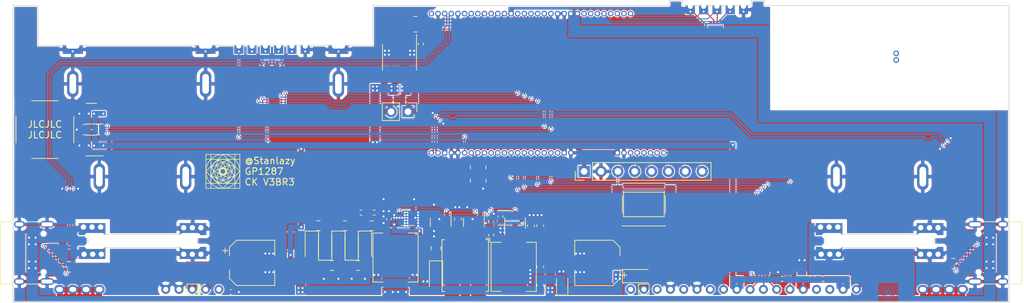
<source format=kicad_pcb>
(kicad_pcb (version 20211014) (generator pcbnew)
  (layers (0 "F.Cu" mixed) (31 "B.Cu" mixed) (34 "B.Paste" user) (35 "F.Paste" user) (36 "B.SilkS" user "B.Silkscreen") (37 "F.SilkS" user "F.Silkscreen") (38 "B.Mask" user) (39 "F.Mask" user) (44 "Edge.Cuts" user))
  (net 0 "")
  (net 1 "SYS_nRST")
  (net 2 "JTAG_JTDI")
  (net 3 "JTAG_JTDO")
  (net 4 "JTAG_JTCK")
  (net 5 "JTAG_JTMS")
  (net 6 "SYS_SRST")
  (net 7 "GND")
  (net 11 "PON_KEY")
  (net 12 "USB_TTY-")
  (net 13 "USB_TTY+")
  (net 18 "+5V")
  (net 19 "+3.3VA")
  (net 21 "USB_AP+")
  (net 22 "USB_AP-")
  (net 25 "/BUZZ_P__")
  (net 26 "/BUZZ_N__")
  (net 27 "/MULTI_F2")
  (net 28 "/MULTI_F1")
  (net 29 "/MULTI_S1")
  (net 30 "/BOOST_SW")
  (net 31 "+3V3")
  (net 32 "/BUCK_SW")
  (net 33 "Net-(C11-Pad2)")
  (net 34 "/FIL_EK")
  (net 35 "+48V")
  (net 36 "/FIL_PWR")
  (net 37 "/VFD_VRO")
  (net 38 "/VHG_")
  (net 39 "+36V")
  (net 40 "VFD_F1")
  (net 46 "VFD_INT_")
  (net 47 "VFD_SCK_")
  (net 48 "VFD_nCS_")
  (net 49 "VFD_SDI_")
  (net 50 "VFD_nRST")
  (net 53 "VFD_F2")
  (net 54 "OPT_SCL")
  (net 55 "OPT_SDA")
  (net 56 "OPT_INT")
  (net 57 "BUT1")
  (net 58 "BUT2")
  (net 59 "BUT3")
  (net 60 "BUT4")
  (net 61 "/AP_CC1")
  (net 63 "/AP_CC2")
  (net 65 "/TTY_CC1")
  (net 67 "/TTY_CC2")
  (net 69 "/LS_P")
  (net 70 "/LS_N")
  (net 71 "DCAC_T2_")
  (net 72 "/DCAC_T1__")
  (net 73 "DCAC_T1_")
  (net 74 "/DCAC_T2__")
  (net 75 "BUZZ_P_")
  (net 76 "BUZZ_N_")
  (net 77 "/BOOST_FB")
  (net 78 "/BUCK_FB")
  (net 79 "DCAC_T2")
  (net 80 "DCAC_T1")
  (net 81 "VF_EN")
  (net 82 "VH_EN")
  (net 83 "VH_EN_")
  (net 84 "VF_EN_")
  (net 85 "VFD_INT")
  (net 86 "VFD_nCS")
  (net 87 "VFD_SDI")
  (net 88 "VFD_SCK")
  (net 89 "BUZZ_P")
  (net 90 "BUZZ_N")
  (net 91 "AD_SDATA")
  (net 92 "AD_BCLK")
  (net 93 "AD_FCLK")
  (net 94 "AD_CTRL")
  (net 95 "AD_CTRL_")
  (net 96 "AD_FCLK_")
  (net 97 "AD_BCLK_")
  (net 98 "AD_SDATA_")
  (net 99 "/LS_N_")
  (net 100 "/LS_P_")
  (footprint "Connector_Edge_futababase:opt_mb" (layer "F.Cu") (at 102 0.103)
    (fp_text reference "J1" hide)
    (fp_text value "Conn_01x05" hide)
  )
  (footprint "Diode_SMD:D_SOD-123F" (layer "F.Cu") (at 47 36.2 90)
    (fp_text reference "D2" hide)
    (fp_text value "50V" hide)
  )
  (footprint "Stanlazys:R_0201_0603Metric" (layer "F.Cu") (at 40.3 15.5 90)
    (fp_text reference "D10" hide)
    (fp_text value "D_TVS" hide)
  )
  (footprint "Capacitor_SMD:C_0805_2012Metric" (layer "F.Cu") (at 48 39.2)
    (fp_text reference "C2" hide)
    (fp_text value "2u2F/50V" hide)
  )
  (footprint "Resistor_SMD:R_Array_Convex_2x0402" (layer "F.Cu") (at 12.8 18.7 180)
    (fp_text reference "RN4" hide)
    (fp_text value "22Ω" hide)
  )
  (footprint "Capacitor_SMD:CP_Elec_6.3x5.7" (layer "F.Cu") (at 36 38.8)
    (fp_text reference "C13" hide)
    (fp_text value "4.7uF/250V" hide)
  )
  (footprint "Resistor_SMD:R_0402_1005Metric" (layer "F.Cu") (at 72 34.6 -90)
    (fp_text reference "R6" hide)
    (fp_text value "15KΩ" hide)
  )
  (footprint "Diode_SMD:D_SOD-123F" (layer "F.Cu") (at 49 36.2 -90)
    (fp_text reference "D3" hide)
    (fp_text value "50V" hide)
  )
  (footprint "Inductor_SMD:L_0402_1005Metric" (layer "F.Cu") (at 60.6 12.6 -90)
    (fp_text reference "FB2" hide)
    (fp_text value "1KΩ" hide)
  )
  (footprint "Button_Switch_SMD:SW_Push_1P1T_NO_6x6mm_H9.5mm" (layer "F.Cu") (at 95 30)
    (fp_text reference "SW6" hide)
    (fp_text value "SW_Push" hide)
  )
  (footprint "Stanlazys:R_0201_0603Metric" (layer "F.Cu") (at 36.9 15.5 90)
    (fp_text reference "D8" hide)
    (fp_text value "D_TVS" hide)
  )
  (footprint "Resistor_SMD:R_Array_Convex_4x0402" (layer "F.Cu") (at 70.05 24.4 -90)
    (fp_text reference "RN1" hide)
    (fp_text value "22Ω" hide)
  )
  (footprint "Capacitor_SMD:CP_Elec_6.3x5.7" (layer "F.Cu") (at 88 38.8 180)
    (fp_text reference "C21" hide)
    (fp_text value "4.7uF/250V" hide)
  )
  (footprint "Package_TO_SOT_SMD:SOT-23-6" (layer "F.Cu") (at 75.6 32.8 90)
    (fp_text reference "U2" hide)
    (fp_text value "TPS54200" hide)
  )
  (footprint "Stanlazys:MountingHole_PinHeader_2.54_3D" (layer "F.Cu") (at 9 11.8)
    (fp_text reference "H2" hide)
    (fp_text value "MountingHole_Pad" hide)
  )
  (footprint "Resistor_SMD:R_Array_Convex_4x0402" (layer "F.Cu") (at 60.6 2.8 180)
    (fp_text reference "RN7" hide)
    (fp_text value "22Ω" hide)
  )
  (footprint "Stanlazys:R_0201_0603Metric" (layer "F.Cu") (at 41.1 15.5 90)
    (fp_text reference "D11" hide)
    (fp_text value "D_TVS" hide)
  )
  (footprint "Stanlazys:MountingHole_PinHeader_2.54_3D" (layer "F.Cu") (at 49 11.8)
    (fp_text reference "H5" hide)
    (fp_text value "MountingHole_Pad" hide)
  )
  (footprint "Capacitor_SMD:C_0402_1005Metric" (layer "F.Cu") (at 73.4 31.8 90)
    (fp_text reference "C11" hide)
    (fp_text value "100nF" hide)
  )
  (footprint "Capacitor_SMD:C_0805_2012Metric" (layer "F.Cu") (at 118.8 40.4 90)
    (fp_text reference "C20" hide)
    (fp_text value "47uF" hide)
  )
  (footprint "Package_TO_SOT_SMD:SOT-23-6" (layer "F.Cu") (at 11.8 21.1 180)
    (fp_text reference "Q3" hide)
    (fp_text value "Q_CMOS" hide)
  )
  (footprint "Capacitor_SMD:C_0402_1005Metric" (layer "F.Cu") (at 59.2 14.2 180)
    (fp_text reference "C26" hide)
    (fp_text value "1nF" hide)
  )
  (footprint "Stanlazys:Stanlazys_ZYNQ_SoM_V0R2" (layer "F.Cu") (at 150 23.2 180)
    (fp_text reference "A1" hide)
    (fp_text value "Stanlazys_ZYNQ_SoM_V0R2" hide)
  )
  (footprint "Package_SO:HSOP-8-1EP_3.9x4.9mm_P1.27mm_EP2.3x2.3mm" (layer "F.Cu") (at 58.2 7.8 -90)
    (fp_text reference "U4" hide)
    (fp_text value "NS4168" hide)
  )
  (footprint "Resistor_SMD:R_0402_1005Metric" (layer "F.Cu") (at 52.4 31.2)
    (fp_text reference "R3" hide)
    (fp_text value "120KΩ" hide)
  )
  (footprint "Diode_SMD:D_SOD-323" (layer "F.Cu") (at 82.7 42.2 90)
    (fp_text reference "D12" hide)
    (fp_text value "D_TVS" hide)
  )
  (footprint "Inductor_SMD:L_0402_1005Metric" (layer "F.Cu") (at 55.8 12.6 -90)
    (fp_text reference "FB1" hide)
    (fp_text value "1KΩ" hide)
  )
  (footprint "Capacitor_SMD:C_0603_1608Metric" (layer "F.Cu") (at 67 32.2 90)
    (fp_text reference "C18" hide)
    (fp_text value "10uF/6.3V" hide)
  )
  (footprint "Capacitor_SMD:C_0402_1005Metric" (layer "F.Cu") (at 32.8 43.2)
    (fp_text reference "C10" hide)
    (fp_text value "100nF" hide)
  )
  (footprint "Resistor_SMD:R_Array_Convex_4x0402" (layer "F.Cu") (at 39 9 90)
    (fp_text reference "RN8" hide)
    (fp_text value "47KΩ" hide)
  )
  (footprint "Capacitor_SMD:C_0603_1608Metric" (layer "F.Cu") (at 79.4 39.4 -90)
    (fp_text reference "C17" hide)
    (fp_text value "10uF/6.3V" hide)
  )
  (footprint "Diode_SMD:D_SOD-123F" (layer "F.Cu") (at 51 36.2 90)
    (fp_text reference "D4" hide)
    (fp_text value "50V" hide)
  )
  (footprint "Capacitor_SMD:C_0603_1608Metric" (layer "F.Cu") (at 59.6 43)
    (fp_text reference "C7" hide)
    (fp_text value "10uF/6.3V" hide)
  )
  (footprint "Resistor_SMD:R_Array_Convex_2x0402" (layer "F.Cu") (at 10.8 18.7 180)
    (fp_text reference "RN5" hide)
    (fp_text value "47KΩ" hide)
  )
  (footprint "Inductor_SMD:L_Abracon_ASPI-0630LR" (layer "F.Cu") (at 57.6 38 90)
    (fp_text reference "L1" hide)
    (fp_text value "10uH" hide)
  )
  (footprint "Resistor_SMD:R_0402_1005Metric" (layer "F.Cu") (at 54.4 31.2)
    (fp_text reference "R2" hide)
    (fp_text value "680Ω" hide)
  )
  (footprint "Package_TO_SOT_SMD:SOT-23" (layer "F.Cu") (at 64.4 32.7 -90)
    (fp_text reference "Q2" hide)
    (fp_text value "NMOS" hide)
  )
  (footprint "Capacitor_SMD:C_0805_2012Metric" (layer "F.Cu") (at 58.2 12.6)
    (fp_text reference "C25" hide)
    (fp_text value "47uF/6.3V" hide)
  )
  (footprint "Connector_PinHeader_2.54mm:PinHeader_1x02_P2.54mm_Vertical" (layer "F.Cu") (at 59.475 16 -90)
    (fp_text reference "LS1" hide)
    (fp_text value "Speaker" hide)
  )
  (footprint "Capacitor_SMD:C_0805_2012Metric" (layer "F.Cu") (at 46 33.2)
    (fp_text reference "C1" hide)
    (fp_text value "2u2F/50V" hide)
  )
  (footprint "Package_TO_SOT_SMD:SOT-353_SC-70-5" (layer "F.Cu") (at 59.2 32 180)
    (fp_text reference "U1" hide)
    (fp_text value "TPS61169" hide)
  )
  (footprint "Capacitor_SMD:C_0603_1608Metric" (layer "F.Cu") (at 78 33.2 90)
    (fp_text reference "C15" hide)
    (fp_text value "10uF/6.3V" hide)
  )
  (footprint "Resistor_SMD:R_0402_1005Metric" (layer "F.Cu") (at 115.8 41.2 180)
    (fp_text reference "R1" hide)
    (fp_text value "47KΩ" hide)
  )
  (footprint "Capacitor_SMD:C_0805_2012Metric" (layer "F.Cu") (at 54 33.2)
    (fp_text reference "C5" hide)
    (fp_text value "1uF/50V" hide)
  )
  (footprint "Stanlazys:R_0201_0603Metric" (layer "F.Cu") (at 37.7 15.5 90)
    (fp_text reference "D9" hide)
    (fp_text value "D_TVS" hide)
  )
  (footprint "Capacitor_SMD:C_0603_1608Metric" (layer "F.Cu") (at 55.6 43 180)
    (fp_text reference "C8" hide)
    (fp_text value "10uF/6.3V" hide)
  )
  (footprint "Capacitor_SMD:C_0805_2012Metric" (layer "F.Cu") (at 63.7 36.6 -90)
    (fp_text reference "C12" hide)
    (fp_text value "22uF/25V" hide)
  )
  (footprint "Resistor_SMD:R_Array_Convex_4x0402" (layer "F.Cu") (at 105.8 3.1 90)
    (fp_text reference "RN6" hide)
    (fp_text value "4K7Ω" hide)
  )
  (footprint "Resistor_SMD:R_0402_1005Metric" (layer "F.Cu") (at 61.4 5.8 -90)
    (fp_text reference "R7" hide)
    (fp_text value "47KΩ" hide)
  )
  (footprint "Resistor_SMD:R_Array_Convex_4x0402" (layer "F.Cu") (at 70.05 26.4 -90)
    (fp_text reference "RN2" hide)
    (fp_text value "47KΩ" hide)
  )
  (footprint "Stanlazys:MountingHole_PinHeader_2.54_3D" (layer "F.Cu") (at 124 24.8)
    (fp_text reference "H11" hide)
    (fp_text value "MountingHole_Pad" hide)
  )
  (footprint "Stanlazys:USB_C_Receptacle_HRO_TYPE-C-31-M-12" (layer "F.Cu") (at 148 37.3 90)
    (fp_text reference "J10" hide)
    (fp_text value "USB_R_TTY" hide)
  )
  (footprint "Buzzer_Beeper:PUIAudio_SMT_0825_S_4_R" (layer "F.Cu") (at 4.8 18.7 180)
    (fp_text reference "BZ1" hide)
    (fp_text value "Buzzer" hide)
  )
  (footprint "Capacitor_SMD:C_0402_1005Metric" (layer "F.Cu") (at 126.1 41.2)
    (fp_text reference "C9" hide)
    (fp_text value "100nF" hide)
  )
  (footprint "Inductor_SMD:L_Abracon_ASPI-0630LR" (layer "F.Cu") (at 75.4 39.4 -90)
    (fp_text reference "L2" hide)
    (fp_text value "10uH" hide)
  )
  (footprint "Stanlazys:MountingHole_PinHeader_2.54_3D" (layer "F.Cu") (at 29 11.8)
    (fp_text reference "H3" hide)
    (fp_text value "MountingHole_Pad" hide)
  )
  (footprint "Capacitor_SMD:C_0402_1005Metric" (layer "F.Cu") (at 57.2 14.2 180)
    (fp_text reference "C24" hide)
    (fp_text value "1nF" hide)
  )
  (footprint "Resistor_SMD:R_Array_Convex_2x0402" (layer "F.Cu") (at 141.6 38.9 180)
    (fp_text reference "RN11" hide)
    (fp_text value "5K1Ω" hide)
  )
  (footprint "Capacitor_SMD:C_0805_2012Metric" (layer "F.Cu") (at 52 39.2)
    (fp_text reference "C4" hide)
    (fp_text value "2u2F/50V" hide)
  )
  (footprint "Resistor_SMD:R_Array_Convex_2x0402" (layer "F.Cu") (at 8.4 39.4)
    (fp_text reference "RN9" hide)
    (fp_text value "5K1Ω" hide)
  )
  (footprint "Diode_SMD:D_SOD-123F" (layer "F.Cu") (at 94 40.8)
    (fp_text reference "D7" hide)
    (fp_text value "8V" hide)
  )
  (footprint "Diode_SMD:D_SOD-123F" (layer "F.Cu") (at 45 36.2 -90)
    (fp_text reference "D1" hide)
    (fp_text value "50V" hide)
  )
  (footprint "Connector_Edge_futababase:usb_mb" (layer "F.Cu") (at 19.5 35.5)
    (fp_text reference "J7" hide)
    (fp_text value "Conn_01x02" hide)
  )
  (footprint "Resistor_SMD:R_0402_1005Metric" (layer "F.Cu") (at 122 41.2 180)
    (fp_text reference "R4" hide)
    (fp_text value "120KΩ" hide)
  )
  (footprint "Resistor_SMD:R_0402_1005Metric" (layer "F.Cu") (at 72 32.6 -90)
    (fp_text reference "R5" hide)
    (fp_text value "750Ω" hide)
  )
  (footprint "Stanlazys:USB_C_Receptacle_HRO_TYPE-C-31-M-12" (layer "F.Cu") (at 2 37.3 -90)
    (fp_text reference "J6" hide)
    (fp_text value "USB_L_AP" hide)
  )
  (footprint "Connector_Edge_futababase:but_mb" (layer "F.Cu") (at 34 6.103)
    (fp_text reference "J3" hide)
    (fp_text value "Conn_01x06" hide)
  )
  (footprint "Button_Switch_SMD:SW_SPST_CK_RS282G05A3" (layer "F.Cu") (at 95 30)
    (fp_text reference "SW7" hide)
    (fp_text value "SW_Push" hide)
  )
  (footprint "Capacitor_SMD:C_0603_1608Metric" (layer "F.Cu") (at 79.4 33.2 90)
    (fp_text reference "C14" hide)
    (fp_text value "10uF/6.3V" hide)
  )
  (footprint "Connector_PinHeader_2.54mm:PinHeader_1x08_P2.54mm_Vertical" (layer "F.Cu") (at 86 25 90)
    (fp_text reference "J5" hide)
    (fp_text value "Conn_01x08" hide)
  )
  (footprint "Stanlazys:MountingHole_PinHeader_2.54_3D" (layer "F.Cu") (at 13 24.8)
    (fp_text reference "H7" hide)
    (fp_text value "MountingHole_Pad" hide)
  )
  (footprint "Stanlazys:MountingHole_PinHeader_2.54_3D" (layer "F.Cu") (at 26 24.8)
    (fp_text reference "H10" hide)
    (fp_text value "MountingHole_Pad" hide)
  )
  (footprint "Capacitor_SMD:C_0402_1005Metric" (layer "F.Cu") (at 120.4 40.8 90)
    (fp_text reference "C19" hide)
    (fp_text value "100nF" hide)
  )
  (footprint "Resistor_SMD:R_Array_Convex_4x0402" (layer "F.Cu") (at 112.8 40.4 -90)
    (fp_text reference "RN3" hide)
    (fp_text value "22Ω" hide)
  )
  (footprint "Stanlazys:VPT85xx" (layer "F.Cu") (at 68.1 39.2)
    (fp_text reference "T1" hide)
    (fp_text value "VPT85BA-01A" hide)
  )
  (footprint "Diode_SMD:D_SOD-123F" (layer "F.Cu") (at 53 36.2 -90)
    (fp_text reference "D5" hide)
    (fp_text value "50V" hide)
  )
  (footprint "Capacitor_SMD:C_0402_1005Metric" (layer "F.Cu") (at 56.6 32.2 90)
    (fp_text reference "C6" hide)
    (fp_text value "100nF" hide)
  )
  (footprint "Diode_SMD:D_SOD-123F" (layer "F.Cu") (at 63.7 40.7 -90)
    (fp_text reference "D6" hide)
    (fp_text value "10V" hide)
  )
  (footprint "Stanlazys:MountingHole_PinHeader_2.54_3D" (layer "F.Cu") (at 137 24.8)
    (fp_text reference "H12" hide)
    (fp_text value "MountingHole_Pad" hide)
  )
  (footprint "Package_TO_SOT_SMD:SOT-23" (layer "F.Cu") (at 69.4 32.7 -90)
    (fp_text reference "Q1" hide)
    (fp_text value "NMOS" hide)
  )
  (footprint "Package_TO_SOT_SMD:SOT-23-6" (layer "F.Cu") (at 11.8 16.3 180)
    (fp_text reference "Q4" hide)
    (fp_text value "Q_CMOS" hide)
  )
  (footprint "Capacitor_SMD:C_0603_1608Metric" (layer "F.Cu") (at 79.4 42.2 90)
    (fp_text reference "C16" hide)
    (fp_text value "10uF/6.3V" hide)
  )
  (footprint "Connector_Edge_futababase:usb_mb" (layer "F.Cu") (at 130.5 35.5)
    (fp_text reference "J11" hide)
    (fp_text value "Conn_01x02" hide)
  )
  (footprint "Stanlazys:stanlazy_5.1mm_silk" (layer "F.Cu") (at 31.6 25)
    (fp_text reference "REF**" hide)
    (fp_text value "stanlazy_5.1mm_mask" hide)
  )
  (footprint "Capacitor_SMD:C_0805_2012Metric" (layer "F.Cu") (at 50 33.2)
    (fp_text reference "C3" hide)
    (fp_text value "2u2F/50V" hide)
  )
  (footprint "Stanlazys:stanlazy_2.5mm_copper" (layer "B.Cu") (at 131.8 43.3 180)
    (fp_text reference "REF**" hide)
    (fp_text value "stanlazy_2.5mm_copper" hide)
  )
  (footprint "Stanlazys:Futaba_GP1287" (layer "B.Cu") (at 75 20)
    (fp_text reference "DS1" hide)
    (fp_text value "GP1287" hide)
  )
  (gr_line (start 11.3 34.5) (end 27.7 34.5) (layer "Edge.Cuts") (width 0.1))
  (gr_line (start 113.2 0) (end 150 0) (layer "Edge.Cuts") (width 0.1))
  (gr_line (start 11.3 36.5) (end 11.3 34.5) (layer "Edge.Cuts") (width 0.1))
  (gr_line (start 0 0) (end 3.8 0) (layer "Edge.Cuts") (width 0.1))
  (gr_line (start 111.2 0) (end 111.2 -0.8) (layer "Edge.Cuts") (width 0.1))
  (gr_line (start 98.8 -0.8) (end 98.8 0) (layer "Edge.Cuts") (width 0.1))
  (gr_line (start 100.8 -0.8) (end 98.8 -0.8) (layer "Edge.Cuts") (width 0.1))
  (gr_line (start 138.7 34.5) (end 138.7 36.5) (layer "Edge.Cuts") (width 0.1))
  (gr_line (start 27.7 36.5) (end 11.3 36.5) (layer "Edge.Cuts") (width 0.1))
  (gr_line (start 3.8 0) (end 3.8 6) (layer "Edge.Cuts") (width 0.1))
  (gr_line (start 111.2 -0.8) (end 113.2 -0.8) (layer "Edge.Cuts") (width 0.1))
  (gr_line (start 54.2 6) (end 54.2 0) (layer "Edge.Cuts") (width 0.1))
  (gr_line (start 138.7 36.5) (end 122.3 36.5) (layer "Edge.Cuts") (width 0.1))
  (gr_line (start 3.8 6) (end 54.2 6) (layer "Edge.Cuts") (width 0.1))
  (gr_line (start 27.7 34.5) (end 27.7 36.5) (layer "Edge.Cuts") (width 0.1))
  (gr_line (start 100.8 0) (end 111.2 0) (layer "Edge.Cuts") (width 0.1))
  (gr_line (start 100.8 0) (end 100.8 -0.8) (layer "Edge.Cuts") (width 0.1))
  (gr_line (start 122.3 34.5) (end 138.7 34.5) (layer "Edge.Cuts") (width 0.1))
  (gr_line (start 122.3 36.5) (end 122.3 34.5) (layer "Edge.Cuts") (width 0.1))
  (gr_line (start 113.2 -0.8) (end 113.2 0) (layer "Edge.Cuts") (width 0.1))
  (gr_line (start 150 0) (end 150 44.8) (layer "Edge.Cuts") (width 0.1))
  (gr_line (start 150 44.8) (end 0 44.8) (layer "Edge.Cuts") (width 0.1))
  (gr_line (start 0 44.8) (end 0 0) (layer "Edge.Cuts") (width 0.1))
  (gr_line (start 54.2 0) (end 98.8 0) (layer "Edge.Cuts") (width 0.1))
  (gr_text "@Stanlazy\nGP1287\nCK V3BR3" (at 34.8 25) (layer "F.SilkS") (effects (font (size 1 1)) (justify left)))
  (gr_text "JLCJLC\nJLCJLC" (at 4.8 18.7) (layer "F.SilkS") (effects (font (size 1 1))))
  (segment (start 98 22.2) (end 100.897157 22.2) (width 0.15) (layer "F.Cu") (net 1))
  (segment (start 101.038579 22.258579) (end 103.78 25) (width 0.15) (layer "F.Cu") (net 1))
  (arc (start 100.897157 22.2) (mid 100.973694 22.215224) (end 101.038579 22.258579) (width 0.15) (layer "F.Cu") (net 1))
  (segment (start 97 22.2) (end 98.141422 23.341422) (width 0.15) (layer "F.Cu") (net 2))
  (segment (start 98.282843 23.4) (end 99.557157 23.4) (width 0.15) (layer "F.Cu") (net 2))
  (segment (start 99.698579 23.458579) (end 101.24 25) (width 0.15) (layer "F.Cu") (net 2))
  (arc (start 99.698579 23.458579) (mid 99.633694 23.415224) (end 99.557157 23.4) (width 0.15) (layer "F.Cu") (net 2))
  (arc (start 98.141422 23.341422) (mid 98.206307 23.384776) (end 98.282843 23.4) (width 0.15) (layer "F.Cu") (net 2))
  (segment (start 96 22.2) (end 98.7 24.9) (width 0.15) (layer "F.Cu") (net 3))
  (segment (start 95 22.2) (end 95 23.757157) (width 0.15) (layer "F.Cu") (net 4))
  (segment (start 95.058579 23.898579) (end 96.16 25) (width 0.15) (layer "F.Cu") (net 4))
  (arc (start 95 23.757157) (mid 95.015224 23.833694) (end 95.058579 23.898579) (width 0.15) (layer "F.Cu") (net 4))
  (segment (start 94 22.2) (end 94 24.62) (width 0.15) (layer "F.Cu") (net 5))
  (segment (start 91.025 27.75) (end 91.025 29.842157) (width 0.15) (layer "F.Cu") (net 6))
  (segment (start 98.975 27.75) (end 91.025 27.75) (width 0.15) (layer "F.Cu") (net 6))
  (segment (start 93 22.997157) (end 93 22.2) (width 0.15) (layer "F.Cu") (net 6))
  (segment (start 91.08 25) (end 92.941422 23.138578) (width 0.15) (layer "F.Cu") (net 6))
  (segment (start 91.08 25) (end 91.08 27.695) (width 0.15) (layer "F.Cu") (net 6))
  (arc (start 93 22.997157) (mid 92.984776 23.073693) (end 92.941422 23.138578) (width 0.15) (layer "F.Cu") (net 6))
  (via (at 49 41.2) (size 0.5) (drill 0.3) (layers "F.Cu" "B.Cu") (net 7))
  (via (at 59.4 31.2) (size 0.5) (drill 0.3) (layers "F.Cu" "B.Cu") (net 7))
  (via (at 10 21.1) (size 0.5) (drill 0.3) (layers "F.Cu" "B.Cu") (net 7))
  (via (at 59 31.6) (size 0.5) (drill 0.3) (layers "F.Cu" "B.Cu") (net 7))
  (via (at 59.8 6.8) (size 0.5) (drill 0.3) (layers "F.Cu" "B.Cu") (net 7))
  (via (at 55.8 31) (size 0.5) (drill 0.3) (layers "F.Cu" "B.Cu") (net 7))
  (via (at 82.3 40.1) (size 0.5) (drill 0.3) (layers "F.Cu" "B.Cu") (net 7))
  (via (at 60.6 32) (size 0.5) (drill 0.3) (layers "F.Cu" "B.Cu") (net 7))
  (via (at 56 6.8) (size 0.5) (drill 0.3) (layers "F.Cu" "B.Cu") (net 7))
  (via (at 58.6 12.8) (size 0.5) (drill 0.3) (layers "F.Cu" "B.Cu") (net 7))
  (via (at 56.6 7.4) (size 0.5) (drill 0.3) (layers "F.Cu" "B.Cu") (net 7))
  (via (at 59 31.2) (size 0.5) (drill 0.3) (layers "F.Cu" "B.Cu") (net 7))
  (via (at 70.8 27.6) (size 0.5) (drill 0.3) (layers "F.Cu" "B.Cu") (net 7))
  (via (at 60.8 40.6) (size 0.5) (drill 0.3) (layers "F.Cu" "B.Cu") (net 7))
  (via (at 58.6 32) (size 0.5) (drill 0.3) (layers "F.Cu" "B.Cu") (net 7))
  (via (at 56 7.4) (size 0.5) (drill 0.3) (layers "F.Cu" "B.Cu") (net 7))
  (via (at 59.8 7.4) (size 0.5) (drill 0.3) (layers "F.Cu" "B.Cu") (net 7))
  (via (at 38 37.4) (size 0.5) (drill 0.3) (layers "F.Cu" "B.Cu") (net 7))
  (via (at 85.4 37.4) (size 0.5) (drill 0.3) (layers "F.Cu" "B.Cu") (net 7))
  (via (at 61 31.2) (size 0.5) (drill 0.3) (layers "F.Cu" "B.Cu") (net 7))
  (via (at 51 41.2) (size 0.5) (drill 0.3) (layers "F.Cu" "B.Cu") (net 7))
  (via (at 60.4 6.8) (size 0.5) (drill 0.3) (layers "F.Cu" "B.Cu") (net 7))
  (via (at 141.2 20) (size 0.5) (drill 0.3) (layers "F.Cu" "B.Cu") (net 7))
  (via (at 39.2 37.4) (size 0.5) (drill 0.3) (layers "F.Cu" "B.Cu") (net 7))
  (via (at 63.4 30) (size 0.5) (drill 0.3) (layers "F.Cu" "B.Cu") (net 7))
  (via (at 57.4 32) (size 0.5) (drill 0.3) (layers "F.Cu" "B.Cu") (net 7))
  (via (at 61 33.2) (size 0.5) (drill 0.3) (layers "F.Cu" "B.Cu") (net 7))
  (via (at 73.4 34.2) (size 0.5) (drill 0.3) (layers "F.Cu" "B.Cu") (net 7))
  (via (at 38 40.2) (size 0.5) (drill 0.3) (layers "F.Cu" "B.Cu") (net 7))
  (via (at 60.2 40.6) (size 0.5) (drill 0.3) (layers "F.Cu" "B.Cu") (net 7))
  (via (at 60.4 29.2) (size 0.5) (drill 0.3) (layers "F.Cu" "B.Cu") (net 7))
  (via (at 34 43.2) (size 0.5) (drill 0.3) (layers "F.Cu" "B.Cu") (net 7))
  (via (at 38.6 37.4) (size 0.5) (drill 0.3) (layers "F.Cu" "B.Cu") (net 7))
  (via (at 74 34.2) (size 0.5) (drill 0.3) (layers "F.Cu" "B.Cu") (net 7))
  (via (at 57.8 32) (size 0.5) (drill 0.3) (layers "F.Cu" "B.Cu") (net 7))
  (via (at 77.9 40.5) (size 0.5) (drill 0.3) (layers "F.Cu" "B.Cu") (net 7))
  (via (at 38.6 40.2) (size 0.5) (drill 0.3) (layers "F.Cu" "B.Cu") (net 7))
  (via (at 58 15.2) (size 0.5) (drill 0.3) (layers "F.Cu" "B.Cu") (net 7))
  (via (at 9.6 18.7) (size 0.5) (drill 0.3) (layers "F.Cu" "B.Cu") (net 7))
  (via (at 59.4 32.8) (size 0.5) (drill 0.3) (layers "F.Cu" "B.Cu") (net 7))
  (via (at 63.4 34.8) (size 0.5) (drill 0.3) (layers "F.Cu" "B.Cu") (net 7))
  (via (at 86 40.2) (size 0.5) (drill 0.3) (layers "F.Cu" "B.Cu") (net 7))
  (via (at 139.6 21.6) (size 0.5) (drill 0.3) (layers "F.Cu" "B.Cu") (net 7))
  (via (at 77.9 41.1) (size 0.5) (drill 0.3) (layers "F.Cu" "B.Cu") (net 7))
  (via (at 85.4 40.2) (size 0.5) (drill 0.3) (layers "F.Cu" "B.Cu") (net 7))
  (via (at 74 33.6) (size 0.5) (drill 0.3) (layers "F.Cu" "B.Cu") (net 7))
  (via (at 78.4 31.6) (size 0.5) (drill 0.3) (layers "F.Cu" "B.Cu") (net 7))
  (via (at 84.8 37.4) (size 0.5) (drill 0.3) (layers "F.Cu" "B.Cu") (net 7))
  (via (at 86 37.4) (size 0.5) (drill 0.3) (layers "F.Cu" "B.Cu") (net 7))
  (via (at 118.4 38.4) (size 0.5) (drill 0.3) (layers "F.Cu" "B.Cu") (net 7))
  (via (at 61 32.4) (size 0.5) (drill 0.3) (layers "F.Cu" "B.Cu") (net 7))
  (via (at 73.4 33.6) (size 0.5) (drill 0.3) (layers "F.Cu" "B.Cu") (net 7))
  (via (at 66.6 30.4) (size 0.5) (drill 0.3) (layers "F.Cu" "B.Cu") (net 7))
  (via (at 59 32.4) (size 0.5) (drill 0.3) (layers "F.Cu" "B.Cu") (net 7))
  (via (at 77.8 31.6) (size 0.5) (drill 0.3) (layers "F.Cu" "B.Cu") (net 7))
  (via (at 72.4 31.4) (size 0.5) (drill 0.3) (layers "F.Cu" "B.Cu") (net 7))
  (via (at 64.2 32.2) (size 0.5) (drill 0.3) (layers "F.Cu" "B.Cu") (net 7))
  (via (at 59 32) (size 0.5) (drill 0.3) (layers "F.Cu" "B.Cu") (net 7))
  (via (at 68.4 30.4) (size 0.5) (drill 0.3) (layers "F.Cu" "B.Cu") (net 7))
  (via (at 60.4 7.4) (size 0.5) (drill 0.3) (layers "F.Cu" "B.Cu") (net 7))
  (via (at 63.2 16.2) (size 0.5) (drill 0.3) (layers "F.Cu" "B.Cu") (net 7))
  (via (at 67.2 30.4) (size 0.5) (drill 0.3) (layers "F.Cu" "B.Cu") (net 7))
  (via (at 58.6 12.2) (size 0.5) (drill 0.3) (layers "F.Cu" "B.Cu") (net 7))
  (via (at 57.4 31.6) (size 0.5) (drill 0.3) (layers "F.Cu" "B.Cu") (net 7))
  (via (at 59.4 33.2) (size 0.5) (drill 0.3) (layers "F.Cu" "B.Cu") (net 7))
  (via (at 61.8 41.6) (size 0.5) (drill 0.3) (layers "F.Cu" "B.Cu") (net 7))
  (via (at 10 16.3) (size 0.5) (drill 0.3) (layers "F.Cu" "B.Cu") (net 7))
  (via (at 59.4 32) (size 0.5) (drill 0.3) (layers "F.Cu" "B.Cu") (net 7))
  (via (at 55.8 32.8) (size 0.5) (drill 0.3) (layers "F.Cu" "B.Cu") (net 7))
  (via (at 77.9 41.7) (size 0.5) (drill 0.3) (layers "F.Cu" "B.Cu") (net 7))
  (via (at 7.4 27.6) (size 0.5) (drill 0.3) (layers "F.Cu" "B.Cu") (net 7))
  (via (at 55.8 29.2) (size 0.5) (drill 0.3) (layers "F.Cu" "B.Cu") (net 7))
  (via (at 77.9 39.9) (size 0.5) (drill 0.3) (layers "F.Cu" "B.Cu") (net 7))
  (via (at 64.8 17.8) (size 0.5) (drill 0.3) (layers "F.Cu" "B.Cu") (net 7))
  (via (at 84.8 40.2) (size 0.5) (drill 0.3) (layers "F.Cu" "B.Cu") (net 7))
  (via (at 119.2 38.4) (size 0.5) (drill 0.3) (layers "F.Cu" "B.Cu") (net 7))
  (via (at 56.6 31) (size 0.5) (drill 0.3) (layers "F.Cu" "B.Cu") (net 7))
  (via (at 56.6 6.8) (size 0.5) (drill 0.3) (layers "F.Cu" "B.Cu") (net 7))
  (via (at 61 32.8) (size 0.5) (drill 0.3) (layers "F.Cu" "B.Cu") (net 7))
  (via (at 55.8 31.8) (size 0.5) (drill 0.3) (layers "F.Cu" "B.Cu") (net 7))
  (via (at 58.2 32) (size 0.5) (drill 0.3) (layers "F.Cu" "B.Cu") (net 7))
  (via (at 9.8 27.6) (size 0.5) (drill 0.3) (layers "F.Cu" "B.Cu") (net 7))
  (via (at 59.4 31.6) (size 0.5) (drill 0.3) (layers "F.Cu" "B.Cu") (net 7))
  (via (at 59.4 32.4) (size 0.5) (drill 0.3) (layers "F.Cu" "B.Cu") (net 7))
  (via (at 69.2 32.2) (size 0.5) (drill 0.3) (layers "F.Cu" "B.Cu") (net 7))
  (via (at 79.6 31.6) (size 0.5) (drill 0.3) (layers "F.Cu" "B.Cu") (net 7))
  (via (at 55 40.6) (size 0.5) (drill 0.3) (layers "F.Cu" "B.Cu") (net 7))
  (via (at 62.4 41.6) (size 0.5) (drill 0.3) (layers "F.Cu" "B.Cu") (net 7))
  (via (at 59 33.2) (size 0.5) (drill 0.3) (layers "F.Cu" "B.Cu") (net 7))
  (via (at 115.2 40.2) (size 0.5) (drill 0.3) (layers "F.Cu" "B.Cu") (net 7))
  (via (at 11.4 16.3) (size 0.5) (drill 0.3) (layers "F.Cu" "B.Cu") (net 7))
  (via (at 39.2 40.2) (size 0.5) (drill 0.3) (layers "F.Cu" "B.Cu") (net 7))
  (via (at 53 41.2) (size 0.5) (drill 0.3) (layers "F.Cu" "B.Cu") (net 7))
  (via (at 61 32) (size 0.5) (drill 0.3) (layers "F.Cu" "B.Cu") (net 7))
  (via (at 11.4 21.1) (size 0.5) (drill 0.3) (layers "F.Cu" "B.Cu") (net 7))
  (via (at 61 31.6) (size 0.5) (drill 0.3) (layers "F.Cu" "B.Cu") (net 7))
  (via (at 63.4 34) (size 0.5) (drill 0.3) (layers "F.Cu" "B.Cu") (net 7))
  (via (at 46.8 41.2) (size 0.5) (drill 0.3) (layers "F.Cu" "B.Cu") (net 7))
  (via (at 79 31.6) (size 0.5) (drill 0.3) (layers "F.Cu" "B.Cu") (net 7))
  (via (at 82.9 40.1) (size 0.5) (drill 0.3) (layers "F.Cu" "B.Cu") (net 7))
  (via (at 59 32.8) (size 0.5) (drill 0.3) (layers "F.Cu" "B.Cu") (net 7))
  (via (at 54.4 40.6) (size 0.5) (drill 0.3) (layers "F.Cu" "B.Cu") (net 7))
  (segment (start 34 19.8) (end 34 6.27452) (width 0.15) (layer "F.Cu") (net 11))
  (segment (start 68 19.8) (end 68 22.2) (width 0.15) (layer "F.Cu") (net 11))
  (via (at 68 19.8) (size 0.5) (drill 0.3) (layers "F.Cu" "B.Cu") (net 11))
  (via (at 34 19.8) (size 0.5) (drill 0.3) (layers "F.Cu" "B.Cu") (net 11))
  (segment (start 34 19.8) (end 68 19.8) (width 0.15) (layer "B.Cu") (net 11))
  (segment (start 141.405 36.197929) (end 141.405 22.163615) (width 0.25) (layer "F.Cu") (net 12))
  (segment (start 63.695 21.812157) (end 63.695 17.663615) (width 0.25) (layer "F.Cu") (net 12))
  (segment (start 63.753579 17.522193) (end 63.969706 17.306066) (width 0.25) (layer "F.Cu") (net 12))
  (segment (start 64 22.2) (end 63.753578 21.953578) (width 0.25) (layer "F.Cu") (net 12))
  (segment (start 143.133821 38.05) (end 143.955 38.05) (width 0.25) (layer "F.Cu") (net 12))
  (segment (start 140.288873 21.047488) (end 140.152512 21.047488) (width 0.25) (layer "F.Cu") (net 12))
  (segment (start 142.867499 37.05) (end 143.955 37.05) (width 0.25) (layer "F.Cu") (net 12))
  (segment (start 142.9 37.283821) (end 142.9 37.816179) (width 0.25) (layer "F.Cu") (net 12))
  (segment (start 142.992399 37.108579) (end 142.958578 37.1424) (width 0.25) (layer "F.Cu") (net 12))
  (segment (start 64.111127 17.247488) (end 64.247488 17.247488) (width 0.25) (layer "F.Cu") (net 12))
  (segment (start 141.346421 22.022193) (end 140.430294 21.106066) (width 0.25) (layer "F.Cu") (net 12))
  (segment (start 142.958579 37.957601) (end 142.9924 37.991422) (width 0.25) (layer "F.Cu") (net 12))
  (segment (start 142.060649 36.936421) (end 141.463578 36.33935) (width 0.25) (layer "F.Cu") (net 12))
  (segment (start 142.867499 37.05) (end 142.812499 36.995) (width 0.25) (layer "F.Cu") (net 12))
  (segment (start 142.812499 36.995) (end 142.202071 36.995) (width 0.25) (layer "F.Cu") (net 12))
  (via (at 140.152512 21.047488) (size 0.5) (drill 0.3) (layers "F.Cu" "B.Cu") (net 12))
  (via (at 64.247488 17.247488) (size 0.5) (drill 0.3) (layers "F.Cu" "B.Cu") (net 12))
  (arc (start 142.9 37.283821) (mid 142.915224 37.207285) (end 142.958578 37.1424) (width 0.25) (layer "F.Cu") (net 12))
  (arc (start 141.405 22.163615) (mid 141.389776 22.087078) (end 141.346421 22.022193) (width 0.25) (layer "F.Cu") (net 12))
  (arc (start 142.992399 37.108579) (mid 143.057284 37.065224) (end 143.133821 37.05) (width 0.25) (layer "F.Cu") (net 12))
  (arc (start 142.202071 36.995) (mid 142.125534 36.979776) (end 142.060649 36.936421) (width 0.25) (layer "F.Cu") (net 12))
  (arc (start 63.753579 17.522193) (mid 63.710224 17.587078) (end 63.695 17.663615) (width 0.25) (layer "F.Cu") (net 12))
  (arc (start 140.288873 21.047488) (mid 140.365409 21.062712) (end 140.430294 21.106066) (width 0.25) (layer "F.Cu") (net 12))
  (arc (start 142.9 37.816179) (mid 142.915224 37.892716) (end 142.958579 37.957601) (width 0.25) (layer "F.Cu") (net 12))
  (arc (start 63.753578 21.953578) (mid 63.710224 21.888693) (end 63.695 21.812157) (width 0.25) (layer "F.Cu") (net 12))
  (arc (start 141.405 36.197929) (mid 141.420224 36.274465) (end 141.463578 36.33935) (width 0.25) (layer "F.Cu") (net 12))
  (arc (start 142.9924 37.991422) (mid 143.057285 38.034776) (end 143.133821 38.05) (width 0.25) (layer "F.Cu") (net 12))
  (arc (start 63.969706 17.306066) (mid 64.034591 17.262712) (end 64.111127 17.247488) (width 0.25) (layer "F.Cu") (net 12))
  (segment (start 140.152512 21.047488) (end 140.152512 20.911127) (width 0.25) (layer "B.Cu") (net 12))
  (segment (start 64.247488 17.111127) (end 64.247488 17.247488) (width 0.25) (layer "B.Cu") (net 12))
  (segment (start 137.917157 20.2) (end 137.682843 20.2) (width 0.25) (layer "B.Cu") (net 12))
  (segment (start 140.093933 20.769705) (end 139.177806 19.853578) (width 0.25) (layer "B.Cu") (net 12))
  (segment (start 137.541421 20.141421) (end 137.253578 19.853578) (width 0.25) (layer "B.Cu") (net 12))
  (segment (start 64.622193 16.653579) (end 64.306066 16.969706) (width 0.25) (layer "B.Cu") (net 12))
  (segment (start 139.036385 19.795) (end 138.487843 19.795) (width 0.25) (layer "B.Cu") (net 12))
  (segment (start 66.307157 17) (end 66.082843 17) (width 0.25) (layer "B.Cu") (net 12))
  (segment (start 65.605 16.605) (end 65.605 16.595) (width 0.25) (layer "B.Cu") (net 12))
  (segment (start 137.112157 19.795) (end 111.202071 19.795) (width 0.25) (layer "B.Cu") (net 12))
  (segment (start 65.605 16.595) (end 64.763615 16.595) (width 0.25) (layer "B.Cu") (net 12))
  (segment (start 138.346421 19.853579) (end 138.058578 20.141422) (width 0.25) (layer "B.Cu") (net 12))
  (segment (start 107.836385 16.595) (end 66.877843 16.595) (width 0.25) (layer "B.Cu") (net 12))
  (segment (start 65.941421 16.941421) (end 65.605 16.605) (width 0.25) (layer "B.Cu") (net 12))
  (segment (start 66.736421 16.653579) (end 66.448578 16.941422) (width 0.25) (layer "B.Cu") (net 12))
  (segment (start 111.060649 19.736421) (end 107.977806 16.653578) (width 0.25) (layer "B.Cu") (net 12))
  (arc (start 64.247488 17.111127) (mid 64.262712 17.034591) (end 64.306066 16.969706) (width 0.25) (layer "B.Cu") (net 12))
  (arc (start 66.307157 17) (mid 66.383693 16.984776) (end 66.448578 16.941422) (width 0.25) (layer "B.Cu") (net 12))
  (arc (start 138.487843 19.795) (mid 138.411306 19.810224) (end 138.346421 19.853579) (width 0.25) (layer "B.Cu") (net 12))
  (arc (start 139.036385 19.795) (mid 139.112921 19.810224) (end 139.177806 19.853578) (width 0.25) (layer "B.Cu") (net 12))
  (arc (start 66.082843 17) (mid 66.006306 16.984776) (end 65.941421 16.941421) (width 0.25) (layer "B.Cu") (net 12))
  (arc (start 137.112157 19.795) (mid 137.188693 19.810224) (end 137.253578 19.853578) (width 0.25) (layer "B.Cu") (net 12))
  (arc (start 107.977806 16.653578) (mid 107.912921 16.610224) (end 107.836385 16.595) (width 0.25) (layer "B.Cu") (net 12))
  (arc (start 137.917157 20.2) (mid 137.993693 20.184776) (end 138.058578 20.141422) (width 0.25) (layer "B.Cu") (net 12))
  (arc (start 137.682843 20.2) (mid 137.606306 20.184776) (end 137.541421 20.141421) (width 0.25) (layer "B.Cu") (net 12))
  (arc (start 64.763615 16.595) (mid 64.687078 16.610224) (end 64.622193 16.653579) (width 0.25) (layer "B.Cu") (net 12))
  (arc (start 111.202071 19.795) (mid 111.125534 19.779776) (end 111.060649 19.736421) (width 0.25) (layer "B.Cu") (net 12))
  (arc (start 66.736421 16.653579) (mid 66.801306 16.610224) (end 66.877843 16.595) (width 0.25) (layer "B.Cu") (net 12))
  (arc (start 140.152512 20.911127) (mid 140.137288 20.83459) (end 140.093933 20.769705) (width 0.25) (layer "B.Cu") (net 12))
  (segment (start 143.955 36.55) (end 144.776179 36.55) (width 0.25) (layer "F.Cu") (net 13))
  (segment (start 145 36.773821) (end 145 37.317157) (width 0.25) (layer "F.Cu") (net 13))
  (segment (start 63.752512 16.888873) (end 63.752512 16.752512) (width 0.25) (layer "F.Cu") (net 13))
  (segment (start 144.767157 37.55) (end 143.955 37.55) (width 0.25) (layer "F.Cu") (net 13))
  (segment (start 63 22.2) (end 63.246422 21.953578) (width 0.25) (layer "F.Cu") (net 13))
  (segment (start 144.917601 36.608579) (end 144.941422 36.6324) (width 0.25) (layer "F.Cu") (net 13))
  (segment (start 63.363579 17.360649) (end 63.693934 17.030294) (width 0.25) (layer "F.Cu") (net 13))
  (segment (start 143.955 36.55) (end 142.867499 36.55) (width 0.25) (layer "F.Cu") (net 13))
  (segment (start 141.795 36.036385) (end 141.795 22.002071) (width 0.25) (layer "F.Cu") (net 13))
  (segment (start 142.812499 36.605) (end 142.363615 36.605) (width 0.25) (layer "F.Cu") (net 13))
  (segment (start 140.647488 20.688873) (end 140.647488 20.552512) (width 0.25) (layer "F.Cu") (net 13))
  (segment (start 144.941421 37.458579) (end 144.908578 37.491422) (width 0.25) (layer "F.Cu") (net 13))
  (segment (start 142.867499 36.55) (end 142.812499 36.605) (width 0.25) (layer "F.Cu") (net 13))
  (segment (start 142.222193 36.546421) (end 141.853578 36.177806) (width 0.25) (layer "F.Cu") (net 13))
  (segment (start 141.736421 21.860649) (end 140.706066 20.830294) (width 0.25) (layer "F.Cu") (net 13))
  (segment (start 63.305 21.812157) (end 63.305 17.502071) (width 0.25) (layer "F.Cu") (net 13))
  (via (at 63.752512 16.752512) (size 0.5) (drill 0.3) (layers "F.Cu" "B.Cu") (net 13))
  (via (at 140.647488 20.552512) (size 0.5) (drill 0.3) (layers "F.Cu" "B.Cu") (net 13))
  (arc (start 63.752512 16.888873) (mid 63.737288 16.965409) (end 63.693934 17.030294) (width 0.25) (layer "F.Cu") (net 13))
  (arc (start 140.706066 20.830294) (mid 140.662712 20.765409) (end 140.647488 20.688873) (width 0.25) (layer "F.Cu") (net 13))
  (arc (start 141.853578 36.177806) (mid 141.810224 36.112921) (end 141.795 36.036385) (width 0.25) (layer "F.Cu") (net 13))
  (arc (start 63.305 17.502071) (mid 63.320224 17.425534) (end 63.363579 17.360649) (width 0.25) (layer "F.Cu") (net 13))
  (arc (start 144.908578 37.491422) (mid 144.843693 37.534776) (end 144.767157 37.55) (width 0.25) (layer "F.Cu") (net 13))
  (arc (start 63.305 21.812157) (mid 63.289776 21.888693) (end 63.246422 21.953578) (width 0.25) (layer "F.Cu") (net 13))
  (arc (start 141.736421 21.860649) (mid 141.779776 21.925534) (end 141.795 22.002071) (width 0.25) (layer "F.Cu") (net 13))
  (arc (start 144.776179 36.55) (mid 144.852716 36.565224) (end 144.917601 36.608579) (width 0.25) (layer "F.Cu") (net 13))
  (arc (start 144.941422 36.6324) (mid 144.984776 36.697285) (end 145 36.773821) (width 0.25) (layer "F.Cu") (net 13))
  (arc (start 142.222193 36.546421) (mid 142.287078 36.589776) (end 142.363615 36.605) (width 0.25) (layer "F.Cu") (net 13))
  (arc (start 144.941421 37.458579) (mid 144.984776 37.393694) (end 145 37.317157) (width 0.25) (layer "F.Cu") (net 13))
  (segment (start 64.460649 16.263579) (end 64.030294 16.693934) (width 0.25) (layer "B.Cu") (net 13))
  (segment (start 107.997929 16.205) (end 64.602071 16.205) (width 0.25) (layer "B.Cu") (net 13))
  (segment (start 140.647488 20.552512) (end 140.511127 20.552512) (width 0.25) (layer "B.Cu") (net 13))
  (segment (start 140.369705 20.493933) (end 139.33935 19.463578) (width 0.25) (layer "B.Cu") (net 13))
  (segment (start 111.222193 19.346421) (end 108.13935 16.263578) (width 0.25) (layer "B.Cu") (net 13))
  (segment (start 139.197929 19.405) (end 111.363615 19.405) (width 0.25) (layer "B.Cu") (net 13))
  (segment (start 63.888873 16.752512) (end 63.752512 16.752512) (width 0.25) (layer "B.Cu") (net 13))
  (arc (start 64.460649 16.263579) (mid 64.525534 16.220224) (end 64.602071 16.205) (width 0.25) (layer "B.Cu") (net 13))
  (arc (start 140.369705 20.493933) (mid 140.43459 20.537288) (end 140.511127 20.552512) (width 0.25) (layer "B.Cu") (net 13))
  (arc (start 111.363615 19.405) (mid 111.287078 19.389776) (end 111.222193 19.346421) (width 0.25) (layer "B.Cu") (net 13))
  (arc (start 139.33935 19.463578) (mid 139.274465 19.420224) (end 139.197929 19.405) (width 0.25) (layer "B.Cu") (net 13))
  (arc (start 107.997929 16.205) (mid 108.074465 16.220224) (end 108.13935 16.263578) (width 0.25) (layer "B.Cu") (net 13))
  (arc (start 64.030294 16.693934) (mid 63.965409 16.737288) (end 63.888873 16.752512) (width 0.25) (layer "B.Cu") (net 13))
  (via (at 2.4 35) (size 0.5) (drill 0.3) (layers "F.Cu" "B.Cu") (net 18))
  (via (at 3.4 39.6) (size 0.5) (drill 0.3) (layers "F.Cu" "B.Cu") (net 18))
  (via (at 146.6 39.6) (size 0.5) (drill 0.3) (layers "F.Cu" "B.Cu") (net 18))
  (via (at 81.2 43.2) (size 0.5) (drill 0.3) (layers "F.Cu" "B.Cu") (net 18))
  (via (at 56 43.2) (size 0.5) (drill 0.3) (layers "F.Cu" "B.Cu") (net 18))
  (via (at 147.6 38.6) (size 0.5) (drill 0.3) (layers "F.Cu" "B.Cu") (net 18))
  (via (at 2.4 36) (size 0.5) (drill 0.3) (layers "F.Cu" "B.Cu") (net 18))
  (via (at 80.6 42.6) (size 0.5) (drill 0.3) (layers "F.Cu" "B.Cu") (net 18))
  (via (at 3.4 36) (size 0.5) (drill 0.3) (layers "F.Cu" "B.Cu") (net 18))
  (via (at 61.2 34) (size 0.5) (drill 0.3) (layers "F.Cu" "B.Cu") (net 18))
  (via (at 2.4 38.6) (size 0.5) (drill 0.3) (layers "F.Cu" "B.Cu") (net 18))
  (via (at 57.2 43.2) (size 0.5) (drill 0.3) (layers "F.Cu" "B.Cu") (net 18))
  (via (at 146.6 36) (size 0.5) (drill 0.3) (layers "F.Cu" "B.Cu") (net 18))
  (via (at 147.6 36) (size 0.5) (drill 0.3) (layers "F.Cu" "B.Cu") (net 18))
  (via (at 59.2 43.2) (size 0.5) (drill 0.3) (layers "F.Cu" "B.Cu") (net 18))
  (via (at 146.6 35) (size 0.5) (drill 0.3) (layers "F.Cu" "B.Cu") (net 18))
  (via (at 80.6 43.2) (size 0.5) (drill 0.3) (layers "F.Cu" "B.Cu") (net 18))
  (via (at 3.4 35) (size 0.5) (drill 0.3) (layers "F.Cu" "B.Cu") (net 18))
  (via (at 3.4 38.6) (size 0.5) (drill 0.3) (layers "F.Cu" "B.Cu") (net 18))
  (via (at 147.6 39.6) (size 0.5) (drill 0.3) (layers "F.Cu" "B.Cu") (net 18))
  (via (at 57.4 33) (size 0.5) (drill 0.3) (layers "F.Cu" "B.Cu") (net 18))
  (via (at 146.6 38.6) (size 0.5) (drill 0.3) (layers "F.Cu" "B.Cu") (net 18))
  (via (at 58 43.2) (size 0.5) (drill 0.3) (layers "F.Cu" "B.Cu") (net 18))
  (via (at 81.2 42.6) (size 0.5) (drill 0.3) (layers "F.Cu" "B.Cu") (net 18))
  (via (at 147.6 35) (size 0.5) (drill 0.3) (layers "F.Cu" "B.Cu") (net 18))
  (via (at 2.4 39.6) (size 0.5) (drill 0.3) (layers "F.Cu" "B.Cu") (net 18))
  (segment (start 105.05 3.6) (end 102.225 0.775) (width 0.15) (layer "F.Cu") (net 19))
  (segment (start 106.55 3.6) (end 105.05 3.6) (width 0.15) (layer "F.Cu") (net 19))
  (segment (start 6.045 37.05) (end 7.132501 37.05) (width 0.25) (layer "F.Cu") (net 21))
  (segment (start 8.795 27.837843) (end 8.795 35.997929) (width 0.25) (layer "F.Cu") (net 21))
  (segment (start 7.797929 36.995) (end 7.187501 36.995) (width 0.25) (layer "F.Cu") (net 21))
  (segment (start 8.736421 36.139351) (end 7.93935 36.936422) (width 0.25) (layer "F.Cu") (net 21))
  (segment (start 7.1 37.816179) (end 7.1 37.283821) (width 0.25) (layer "F.Cu") (net 21))
  (segment (start 7.187501 36.995) (end 7.132501 37.05) (width 0.25) (layer "F.Cu") (net 21))
  (segment (start 7.007601 37.991421) (end 7.041422 37.9576) (width 0.25) (layer "F.Cu") (net 21))
  (segment (start 8.95 27.6) (end 8.853578 27.696422) (width 0.25) (layer "F.Cu") (net 21))
  (segment (start 6.045 38.05) (end 6.866179 38.05) (width 0.25) (layer "F.Cu") (net 21))
  (segment (start 7.041421 37.142399) (end 7.0076 37.108578) (width 0.25) (layer "F.Cu") (net 21))
  (via (at 8.95 27.6) (size 0.5) (drill 0.3) (layers "F.Cu" "B.Cu") (net 21))
  (arc (start 7.797929 36.995) (mid 7.874465 36.979776) (end 7.93935 36.936422) (width 0.25) (layer "F.Cu") (net 21))
  (arc (start 7.041421 37.142399) (mid 7.084776 37.207284) (end 7.1 37.283821) (width 0.25) (layer "F.Cu") (net 21))
  (arc (start 6.866179 38.05) (mid 6.942716 38.034776) (end 7.007601 37.991421) (width 0.25) (layer "F.Cu") (net 21))
  (arc (start 6.866179 37.05) (mid 6.942715 37.065224) (end 7.0076 37.108578) (width 0.25) (layer "F.Cu") (net 21))
  (arc (start 7.1 37.816179) (mid 7.084776 37.892715) (end 7.041422 37.9576) (width 0.25) (layer "F.Cu") (net 21))
  (arc (start 8.795 35.997929) (mid 8.779776 36.074466) (end 8.736421 36.139351) (width 0.25) (layer "F.Cu") (net 21))
  (arc (start 8.795 27.837843) (mid 8.810224 27.761307) (end 8.853578 27.696422) (width 0.25) (layer "F.Cu") (net 21))
  (segment (start 62.197929 8.795) (end 7.363615 8.795) (width 0.25) (layer "B.Cu") (net 21))
  (segment (start 7.222193 8.853579) (end 5.653578 10.422194) (width 0.25) (layer "B.Cu") (net 21))
  (segment (start 8.795 26.202071) (end 8.795 27.362157) (width 0.25) (layer "B.Cu") (net 21))
  (segment (start 66 1.2) (end 65.753578 1.446422) (width 0.25) (layer "B.Cu") (net 21))
  (segment (start 65.695 1.587843) (end 65.695 5.297929) (width 0.25) (layer "B.Cu") (net 21))
  (segment (start 8.853579 27.503579) (end 8.95 27.6) (width 0.25) (layer "B.Cu") (net 21))
  (segment (start 5.653579 22.977807) (end 8.736422 26.06065) (width 0.25) (layer "B.Cu") (net 21))
  (segment (start 65.636421 5.439351) (end 62.33935 8.736422) (width 0.25) (layer "B.Cu") (net 21))
  (segment (start 5.595 10.563615) (end 5.595 22.836385) (width 0.25) (layer "B.Cu") (net 21))
  (arc (start 5.653579 22.977807) (mid 5.610224 22.912922) (end 5.595 22.836385) (width 0.25) (layer "B.Cu") (net 21))
  (arc (start 8.736422 26.06065) (mid 8.779776 26.125535) (end 8.795 26.202071) (width 0.25) (layer "B.Cu") (net 21))
  (arc (start 5.595 10.563615) (mid 5.610224 10.487079) (end 5.653578 10.422194) (width 0.25) (layer "B.Cu") (net 21))
  (arc (start 8.853579 27.503579) (mid 8.810224 27.438694) (end 8.795 27.362157) (width 0.25) (layer "B.Cu") (net 21))
  (arc (start 65.695 1.587843) (mid 65.710224 1.511307) (end 65.753578 1.446422) (width 0.25) (layer "B.Cu") (net 21))
  (arc (start 7.363615 8.795) (mid 7.287078 8.810224) (end 7.222193 8.853579) (width 0.25) (layer "B.Cu") (net 21))
  (arc (start 62.197929 8.795) (mid 62.274465 8.779776) (end 62.33935 8.736422) (width 0.25) (layer "B.Cu") (net 21))
  (arc (start 65.695 5.297929) (mid 65.679776 5.374466) (end 65.636421 5.439351) (width 0.25) (layer "B.Cu") (net 21))
  (segment (start 8.395 35.395) (end 8.058578 35.058578) (width 0.25) (layer "F.Cu") (net 22))
  (segment (start 8.058579 34.551421) (end 8.346422 34.263578) (width 0.25) (layer "F.Cu") (net 22))
  (segment (start 7.132501 36.55) (end 6.045 36.55) (width 0.25) (layer "F.Cu") (net 22))
  (segment (start 6.045 36.55) (end 5.223821 36.55) (width 0.25) (layer "F.Cu") (net 22))
  (segment (start 8.405 27.837843) (end 8.405 34.122157) (width 0.25) (layer "F.Cu") (net 22))
  (segment (start 8.405 35.395) (end 8.395 35.395) (width 0.25) (layer "F.Cu") (net 22))
  (segment (start 7.636385 36.605) (end 7.187501 36.605) (width 0.25) (layer "F.Cu") (net 22))
  (segment (start 8.25 27.6) (end 8.346422 27.696422) (width 0.25) (layer "F.Cu") (net 22))
  (segment (start 8 34.917157) (end 8 34.692843) (width 0.25) (layer "F.Cu") (net 22))
  (segment (start 8.346421 35.977807) (end 7.777806 36.546422) (width 0.25) (layer "F.Cu") (net 22))
  (segment (start 5.082399 36.608579) (end 5.058578 36.6324) (width 0.25) (layer "F.Cu") (net 22))
  (segment (start 5.223821 37.55) (end 6.045 37.55) (width 0.25) (layer "F.Cu") (net 22))
  (segment (start 7.187501 36.605) (end 7.132501 36.55) (width 0.25) (layer "F.Cu") (net 22))
  (segment (start 8.405 35.395) (end 8.405 35.836385) (width 0.25) (layer "F.Cu") (net 22))
  (segment (start 5 36.773821) (end 5 37.326179) (width 0.25) (layer "F.Cu") (net 22))
  (segment (start 5.058579 37.467601) (end 5.0824 37.491422) (width 0.25) (layer "F.Cu") (net 22))
  (via (at 8.25 27.6) (size 0.5) (drill 0.3) (layers "F.Cu" "B.Cu") (net 22))
  (arc (start 8 34.692843) (mid 8.015224 34.616306) (end 8.058579 34.551421) (width 0.25) (layer "F.Cu") (net 22))
  (arc (start 8.346421 35.977807) (mid 8.389776 35.912922) (end 8.405 35.836385) (width 0.25) (layer "F.Cu") (net 22))
  (arc (start 5.223821 37.55) (mid 5.147285 37.534776) (end 5.0824 37.491422) (width 0.25) (layer "F.Cu") (net 22))
  (arc (start 5.223821 36.55) (mid 5.147284 36.565224) (end 5.082399 36.608579) (width 0.25) (layer "F.Cu") (net 22))
  (arc (start 8.405 34.122157) (mid 8.389776 34.198693) (end 8.346422 34.263578) (width 0.25) (layer "F.Cu") (net 22))
  (arc (start 8.058578 35.058578) (mid 8.015224 34.993693) (end 8 34.917157) (width 0.25) (layer "F.Cu") (net 22))
  (arc (start 8.405 27.837843) (mid 8.389776 27.761307) (end 8.346422 27.696422) (width 0.25) (layer "F.Cu") (net 22))
  (arc (start 7.777806 36.546422) (mid 7.712921 36.589776) (end 7.636385 36.605) (width 0.25) (layer "F.Cu") (net 22))
  (arc (start 5 37.326179) (mid 5.015224 37.402716) (end 5.058579 37.467601) (width 0.25) (layer "F.Cu") (net 22))
  (arc (start 5.058578 36.6324) (mid 5.015224 36.697285) (end 5 36.773821) (width 0.25) (layer "F.Cu") (net 22))
  (segment (start 7.060649 8.463579) (end 5.263578 10.26065) (width 0.25) (layer "B.Cu") (net 22))
  (segment (start 8.346421 27.503579) (end 8.25 27.6) (width 0.25) (layer "B.Cu") (net 22))
  (segment (start 65 1.2) (end 65.246422 1.446422) (width 0.25) (layer "B.Cu") (net 22))
  (segment (start 5.263579 23.139351) (end 8.346422 26.222194) (width 0.25) (layer "B.Cu") (net 22))
  (segment (start 5.205 10.402071) (end 5.205 22.997929) (width 0.25) (layer "B.Cu") (net 22))
  (segment (start 8.405 26.363615) (end 8.405 27.362157) (width 0.25) (layer "B.Cu") (net 22))
  (segment (start 65.246421 3.053579) (end 64.958578 3.341422) (width 0.25) (layer "B.Cu") (net 22))
  (segment (start 65.246421 5.277807) (end 62.177806 8.346422) (width 0.25) (layer "B.Cu") (net 22))
  (segment (start 62.036385 8.405) (end 7.202071 8.405) (width 0.25) (layer "B.Cu") (net 22))
  (segment (start 64.958579 3.858579) (end 65.246422 4.146422) (width 0.25) (layer "B.Cu") (net 22))
  (segment (start 64.9 3.482843) (end 64.9 3.717157) (width 0.25) (layer "B.Cu") (net 22))
  (segment (start 65.305 1.587843) (end 65.305 2.912157) (width 0.25) (layer "B.Cu") (net 22))
  (segment (start 65.305 4.287843) (end 65.305 5.136385) (width 0.25) (layer "B.Cu") (net 22))
  (arc (start 5.263579 23.139351) (mid 5.220224 23.074466) (end 5.205 22.997929) (width 0.25) (layer "B.Cu") (net 22))
  (arc (start 65.305 5.136385) (mid 65.289776 5.212922) (end 65.246421 5.277807) (width 0.25) (layer "B.Cu") (net 22))
  (arc (start 8.346421 27.503579) (mid 8.389776 27.438694) (end 8.405 27.362157) (width 0.25) (layer "B.Cu") (net 22))
  (arc (start 65.246421 3.053579) (mid 65.289776 2.988694) (end 65.305 2.912157) (width 0.25) (layer "B.Cu") (net 22))
  (arc (start 5.263578 10.26065) (mid 5.220224 10.325535) (end 5.205 10.402071) (width 0.25) (layer "B.Cu") (net 22))
  (arc (start 7.060649 8.463579) (mid 7.125534 8.420224) (end 7.202071 8.405) (width 0.25) (layer "B.Cu") (net 22))
  (arc (start 62.177806 8.346422) (mid 62.112921 8.389776) (end 62.036385 8.405) (width 0.25) (layer "B.Cu") (net 22))
  (arc (start 8.346422 26.222194) (mid 8.389776 26.287079) (end 8.405 26.363615) (width 0.25) (layer "B.Cu") (net 22))
  (arc (start 65.305 4.287843) (mid 65.289776 4.211307) (end 65.246422 4.146422) (width 0.25) (layer "B.Cu") (net 22))
  (arc (start 65.246422 1.446422) (mid 65.289776 1.511307) (end 65.305 1.587843) (width 0.25) (layer "B.Cu") (net 22))
  (arc (start 64.958578 3.341422) (mid 64.915224 3.406307) (end 64.9 3.482843) (width 0.25) (layer "B.Cu") (net 22))
  (arc (start 64.958579 3.858579) (mid 64.915224 3.793694) (end 64.9 3.717157) (width 0.25) (layer "B.Cu") (net 22))
  (segment (start 38.25 9.5) (end 38.25 20.367157) (width 0.15) (layer "F.Cu") (net 31))
  (segment (start 38.25 9.5) (end 39.75 9.5) (width 0.15) (layer "F.Cu") (net 31))
  (segment (start 38.308579 20.508579) (end 38.4 20.6) (width 0.15) (layer "F.Cu") (net 31))
  (via (at 54.8 20.6) (size 0.5) (drill 0.3) (layers "F.Cu" "B.Cu") (net 31))
  (via (at 57 12.2) (size 0.5) (drill 0.3) (layers "F.Cu" "B.Cu") (net 31))
  (via (at 54.8 12.8) (size 0.5) (drill 0.3) (layers "F.Cu" "B.Cu") (net 31))
  (via (at 54.2 20.6) (size 0.5) (drill 0.3) (layers "F.Cu" "B.Cu") (net 31))
  (via (at 13.6 21.1) (size 0.5) (drill 0.3) (layers "F.Cu" "B.Cu") (net 31))
  (via (at 54.8 12.2) (size 0.5) (drill 0.3) (layers "F.Cu" "B.Cu") (net 31))
  (via (at 43.4 21.6) (size 0.5) (drill 0.3) (layers "F.Cu" "B.Cu") (net 31))
  (via (at 13.6 16.3) (size 0.5) (drill 0.3) (layers "F.Cu" "B.Cu") (net 31))
  (via (at 54.2 12.8) (size 0.5) (drill 0.3) (layers "F.Cu" "B.Cu") (net 31))
  (via (at 12.2 16.3) (size 0.5) (drill 0.3) (layers "F.Cu" "B.Cu") (net 31))
  (via (at 57.9 12.2) (size 0.5) (drill 0.3) (layers "F.Cu" "B.Cu") (net 31))
  (via (at 57 12.8) (size 0.5) (drill 0.3) (layers "F.Cu" "B.Cu") (net 31))
  (via (at 54.2 12.2) (size 0.5) (drill 0.3) (layers "F.Cu" "B.Cu") (net 31))
  (via (at 41.8 37.6) (size 0.5) (drill 0.3) (layers "F.Cu" "B.Cu") (net 31))
  (via (at 38.4 20.6) (size 0.5) (drill 0.3) (layers "F.Cu" "B.Cu") (net 31))
  (via (at 43.4 33.4) (size 0.5) (drill 0.3) (layers "F.Cu" "B.Cu") (net 31))
  (via (at 12.2 21.1) (size 0.5) (drill 0.3) (layers "F.Cu" "B.Cu") (net 31))
  (via (at 57.9 12.8) (size 0.5) (drill 0.3) (layers "F.Cu" "B.Cu") (net 31))
  (via (at 108.4 21) (size 0.5) (drill 0.3) (layers "F.Cu" "B.Cu") (net 31))
  (arc (start 38.25 20.367157) (mid 38.265224 20.443694) (end 38.308579 20.508579) (width 0.15) (layer "F.Cu") (net 31))
  (via (at 91.4 41.2) (size 0.5) (drill 0.3) (layers "F.Cu" "B.Cu") (net 39))
  (via (at 43.6 43.2) (size 0.5) (drill 0.3) (layers "F.Cu" "B.Cu") (net 39))
  (via (at 91.4 40.6) (size 0.5) (drill 0.3) (layers "F.Cu" "B.Cu") (net 39))
  (via (at 90.8 41.2) (size 0.5) (drill 0.3) (layers "F.Cu" "B.Cu") (net 39))
  (via (at 43 42.6) (size 0.5) (drill 0.3) (layers "F.Cu" "B.Cu") (net 39))
  (via (at 43.6 42.6) (size 0.5) (drill 0.3) (layers "F.Cu" "B.Cu") (net 39))
  (via (at 43 43.2) (size 0.5) (drill 0.3) (layers "F.Cu" "B.Cu") (net 39))
  (via (at 90.8 40.6) (size 0.5) (drill 0.3) (layers "F.Cu" "B.Cu") (net 39))
  (segment (start 111.782843 40.9) (end 112.05 40.9) (width 0.15) (layer "F.Cu") (net 46))
  (segment (start 111.2 40.4) (end 111.641422 40.841422) (width 0.15) (layer "F.Cu") (net 46))
  (via (at 111.2 40.4) (size 0.5) (drill 0.3) (layers "F.Cu" "B.Cu") (net 46))
  (arc (start 111.641422 40.841422) (mid 111.706307 40.884776) (end 111.782843 40.9) (width 0.15) (layer "F.Cu") (net 46))
  (segment (start 107.058579 41.341421) (end 107.941422 40.458578) (width 0.15) (layer "B.Cu") (net 46))
  (segment (start 108.082843 40.4) (end 111.2 40.4) (width 0.15) (layer "B.Cu") (net 46))
  (segment (start 107 42.8) (end 107 41.482843) (width 0.15) (layer "B.Cu") (net 46))
  (arc (start 107.941422 40.458578) (mid 108.006307 40.415224) (end 108.082843 40.4) (width 0.15) (layer "B.Cu") (net 46))
  (arc (start 107.058579 41.341421) (mid 107.015224 41.406306) (end 107 41.482843) (width 0.15) (layer "B.Cu") (net 46))
  (segment (start 112.55 40.9) (end 112.55 41.167157) (width 0.15) (layer "F.Cu") (net 47))
  (segment (start 112.491421 41.308579) (end 111 42.8) (width 0.15) (layer "F.Cu") (net 47))
  (arc (start 112.491421 41.308579) (mid 112.534776 41.243694) (end 112.55 41.167157) (width 0.15) (layer "F.Cu") (net 47))
  (segment (start 113.05 40.9) (end 113.05 42.75) (width 0.15) (layer "F.Cu") (net 48))
  (segment (start 113.608579 41.408579) (end 115 42.8) (width 0.15) (layer "F.Cu") (net 49))
  (segment (start 113.55 40.9) (end 113.55 41.267157) (width 0.15) (layer "F.Cu") (net 49))
  (arc (start 113.55 41.267157) (mid 113.565224 41.343694) (end 113.608579 41.408579) (width 0.15) (layer "F.Cu") (net 49))
  (segment (start 75 22.2) (end 75 25.95) (width 0.15) (layer "F.Cu") (net 50))
  (segment (start 116.31 41.2) (end 117 41.2) (width 0.15) (layer "F.Cu") (net 50))
  (segment (start 117 42.8) (end 117 41.2) (width 0.15) (layer "F.Cu") (net 50))
  (segment (start 117 41.2) (end 117 26.55) (width 0.15) (layer "F.Cu") (net 50))
  (via (at 75 25.95) (size 0.5) (drill 0.3) (layers "F.Cu" "B.Cu") (net 50))
  (via (at 117 26.55) (size 0.5) (drill 0.3) (layers "F.Cu" "B.Cu") (net 50))
  (segment (start 81.117157 25.95) (end 75 25.95) (width 0.15) (layer "B.Cu") (net 50))
  (segment (start 81.541421 26.291421) (end 81.258578 26.008578) (width 0.15) (layer "B.Cu") (net 50))
  (segment (start 116.717157 26.35) (end 81.682843 26.35) (width 0.15) (layer "B.Cu") (net 50))
  (segment (start 117 26.55) (end 116.858578 26.408578) (width 0.15) (layer "B.Cu") (net 50))
  (arc (start 81.258578 26.008578) (mid 81.193693 25.965224) (end 81.117157 25.95) (width 0.15) (layer "B.Cu") (net 50))
  (arc (start 81.541421 26.291421) (mid 81.606306 26.334776) (end 81.682843 26.35) (width 0.15) (layer "B.Cu") (net 50))
  (arc (start 116.858578 26.408578) (mid 116.793693 26.365224) (end 116.717157 26.35) (width 0.15) (layer "B.Cu") (net 50))
  (segment (start 106.55 2.6) (end 106.55 2.170103) (width 0.15) (layer "F.Cu") (net 54))
  (segment (start 106.608579 2.028681) (end 108 0.63726) (width 0.15) (layer "F.Cu") (net 54))
  (arc (start 106.55 2.170103) (mid 106.565224 2.093566) (end 106.608579 2.028681) (width 0.15) (layer "F.Cu") (net 54))
  (segment (start 90.282843 2.4) (end 106.117157 2.4) (width 0.15) (layer "B.Cu") (net 54))
  (segment (start 89 1.2) (end 90.141422 2.341422) (width 0.15) (layer "B.Cu") (net 54))
  (segment (start 106.258579 2.341421) (end 108 0.6) (width 0.15) (layer "B.Cu") (net 54))
  (arc (start 90.282843 2.4) (mid 90.206307 2.384776) (end 90.141422 2.341422) (width 0.15) (layer "B.Cu") (net 54))
  (arc (start 106.258579 2.341421) (mid 106.193694 2.384776) (end 106.117157 2.4) (width 0.15) (layer "B.Cu") (net 54))
  (segment (start 105.55 2.6) (end 105.55 2.282843) (width 0.15) (layer "F.Cu") (net 55))
  (segment (start 105.491421 2.141421) (end 104 0.65) (width 0.15) (layer "F.Cu") (net 55))
  (arc (start 105.491421 2.141421) (mid 105.534776 2.206306) (end 105.55 2.282843) (width 0.15) (layer "F.Cu") (net 55))
  (segment (start 103.08508 1.56642) (end 104 0.6515) (width 0.15) (layer "B.Cu") (net 55))
  (segment (start 93 1.2) (end 93.366421 1.566421) (width 0.15) (layer "B.Cu") (net 55))
  (segment (start 93.507842 1.624999) (end 102.943658 1.624999) (width 0.15) (layer "B.Cu") (net 55))
  (arc (start 93.507842 1.624999) (mid 93.431306 1.609775) (end 93.366421 1.566421) (width 0.15) (layer "B.Cu") (net 55))
  (arc (start 102.943658 1.624999) (mid 103.020195 1.609775) (end 103.08508 1.56642) (width 0.15) (layer "B.Cu") (net 55))
  (segment (start 106.05 2.6) (end 106.05 0.42452) (width 0.15) (layer "F.Cu") (net 56))
  (segment (start 91 1.2) (end 91.741422 1.941422) (width 0.15) (layer "B.Cu") (net 56))
  (segment (start 104.658579 1.941421) (end 106 0.6) (width 0.15) (layer "B.Cu") (net 56))
  (segment (start 91.882843 2) (end 104.517157 2) (width 0.15) (layer "B.Cu") (net 56))
  (arc (start 91.882843 2) (mid 91.806307 1.984776) (end 91.741422 1.941422) (width 0.15) (layer "B.Cu") (net 56))
  (arc (start 104.658579 1.941421) (mid 104.593694 1.984776) (end 104.517157 2) (width 0.15) (layer "B.Cu") (net 56))
  (segment (start 37.9 8.5) (end 38.25 8.5) (width 0.15) (layer "F.Cu") (net 57))
  (segment (start 37 14.4) (end 37 9.482843) (width 0.15) (layer "F.Cu") (net 57))
  (segment (start 36 6.6) (end 37.9 8.5) (width 0.15) (layer "F.Cu") (net 57))
  (segment (start 37.058579 9.341421) (end 37.9 8.5) (width 0.15) (layer "F.Cu") (net 57))
  (segment (start 37 14.4) (end 37 14.997157) (width 0.15) (layer "F.Cu") (net 57))
  (segment (start 79 1.2) (end 79 14.4) (width 0.15) (layer "F.Cu") (net 57))
  (via (at 79 14.4) (size 0.5) (drill 0.3) (layers "F.Cu" "B.Cu") (net 57))
  (via (at 37 14.4) (size 0.5) (drill 0.3) (layers "F.Cu" "B.Cu") (net 57))
  (arc (start 37 9.482843) (mid 37.015224 9.406306) (end 37.058579 9.341421) (width 0.15) (layer "F.Cu") (net 57))
  (arc (start 36.941421 15.138579) (mid 36.984776 15.073694) (end 37 14.997157) (width 0.15) (layer "F.Cu") (net 57))
  (segment (start 78.717157 14.6) (end 51.082843 14.6) (width 0.15) (layer "B.Cu") (net 57))
  (segment (start 47.741421 15.341421) (end 47.058578 14.658578) (width 0.15) (layer "B.Cu") (net 57))
  (segment (start 79 14.4) (end 78.858578 14.541422) (width 0.15) (layer "B.Cu") (net 57))
  (segment (start 50.941421 14.658579) (end 50.258578 15.341422) (width 0.15) (layer "B.Cu") (net 57))
  (segment (start 50.117157 15.4) (end 47.882843 15.4) (width 0.15) (layer "B.Cu") (net 57))
  (segment (start 46.917157 14.6) (end 37.282843 14.6) (width 0.15) (layer "B.Cu") (net 57))
  (segment (start 37.141421 14.541421) (end 37 14.4) (width 0.15) (layer "B.Cu") (net 57))
  (arc (start 46.917157 14.6) (mid 46.993693 14.615224) (end 47.058578 14.658578) (width 0.15) (layer "B.Cu") (net 57))
  (arc (start 37.141421 14.541421) (mid 37.206306 14.584776) (end 37.282843 14.6) (width 0.15) (layer "B.Cu") (net 57))
  (arc (start 78.858578 14.541422) (mid 78.793693 14.584776) (end 78.717157 14.6) (width 0.15) (layer "B.Cu") (net 57))
  (arc (start 50.258578 15.341422) (mid 50.193693 15.384776) (end 50.117157 15.4) (width 0.15) (layer "B.Cu") (net 57))
  (arc (start 50.941421 14.658579) (mid 51.006306 14.615224) (end 51.082843 14.6) (width 0.15) (layer "B.Cu") (net 57))
  (arc (start 47.741421 15.341421) (mid 47.806306 15.384776) (end 47.882843 15.4) (width 0.15) (layer "B.Cu") (net 57))
  (segment (start 78 1.2) (end 78 14) (width 0.15) (layer "F.Cu") (net 58))
  (segment (start 37.6 14) (end 37.6 14.997157) (width 0.15) (layer "F.Cu") (net 58))
  (segment (start 37.6 14) (end 37.6 9.408332) (width 0.15) (layer "F.Cu") (net 58))
  (segment (start 38.658579 8.941421) (end 38.691422 8.908578) (width 0.15) (layer "F.Cu") (net 58))
  (segment (start 38.75 8.5) (end 38.75 7.432843) (width 0.15) (layer "F.Cu") (net 58))
  (segment (start 38.75 8.767157) (end 38.75 8.5) (width 0.15) (layer "F.Cu") (net 58))
  (segment (start 38.691421 7.291421) (end 38 6.6) (width 0.15) (layer "F.Cu") (net 58))
  (segment (start 38.008332 9) (end 38.517157 9) (width 0.15) (layer "F.Cu") (net 58))
  (segment (start 37.658579 9.26691) (end 37.866911 9.058578) (width 0.15) (layer "F.Cu") (net 58))
  (via (at 78 14) (size 0.5) (drill 0.3) (layers "F.Cu" "B.Cu") (net 58))
  (via (at 37.6 14) (size 0.5) (drill 0.3) (layers "F.Cu" "B.Cu") (net 58))
  (arc (start 38.75 7.432843) (mid 38.734776 7.356306) (end 38.691421 7.291421) (width 0.15) (layer "F.Cu") (net 58))
  (arc (start 37.658579 15.138579) (mid 37.615224 15.073694) (end 37.6 14.997157) (width 0.15) (layer "F.Cu") (net 58))
  (arc (start 38.75 8.767157) (mid 38.734776 8.843693) (end 38.691422 8.908578) (width 0.15) (layer "F.Cu") (net 58))
  (arc (start 37.6 9.408332) (mid 37.615224 9.331795) (end 37.658579 9.26691) (width 0.15) (layer "F.Cu") (net 58))
  (arc (start 38.517157 9) (mid 38.593694 8.984776) (end 38.658579 8.941421) (width 0.15) (layer "F.Cu") (net 58))
  (arc (start 38.008332 9) (mid 37.931796 9.015224) (end 37.866911 9.058578) (width 0.15) (layer "F.Cu") (net 58))
  (segment (start 49.917157 15) (end 48.082843 15) (width 0.15) (layer "B.Cu") (net 58))
  (segment (start 78 14) (end 77.858578 14.141422) (width 0.15) (layer "B.Cu") (net 58))
  (segment (start 47.117157 14.2) (end 37.882843 14.2) (width 0.15) (layer "B.Cu") (net 58))
  (segment (start 77.717157 14.2) (end 50.882843 14.2) (width 0.15) (layer "B.Cu") (net 58))
  (segment (start 47.941421 14.941421) (end 47.258578 14.258578) (width 0.15) (layer "B.Cu") (net 58))
  (segment (start 37.741421 14.141421) (end 37.6 14) (width 0.15) (layer "B.Cu") (net 58))
  (segment (start 50.741421 14.258579) (end 50.058578 14.941422) (width 0.15) (layer "B.Cu") (net 58))
  (arc (start 47.941421 14.941421) (mid 48.006306 14.984776) (end 48.082843 15) (width 0.15) (layer "B.Cu") (net 58))
  (arc (start 77.717157 14.2) (mid 77.793693 14.184776) (end 77.858578 14.141422) (width 0.15) (layer "B.Cu") (net 58))
  (arc (start 50.741421 14.258579) (mid 50.806306 14.215224) (end 50.882843 14.2) (width 0.15) (layer "B.Cu") (net 58))
  (arc (start 50.058578 14.941422) (mid 49.993693 14.984776) (end 49.917157 15) (width 0.15) (layer "B.Cu") (net 58))
  (arc (start 37.882843 14.2) (mid 37.806306 14.184776) (end 37.741421 14.141421) (width 0.15) (layer "B.Cu") (net 58))
  (arc (start 47.117157 14.2) (mid 47.193693 14.215224) (end 47.258578 14.258578) (width 0.15) (layer "B.Cu") (net 58))
  (segment (start 40.4 13.6) (end 40.4 14.997157) (width 0.15) (layer "F.Cu") (net 59))
  (segment (start 39.25 8.5) (end 39.25 7.432843) (width 0.15) (layer "F.Cu") (net 59))
  (segment (start 77 1.2) (end 77 13.6) (width 0.15) (layer "F.Cu") (net 59))
  (segment (start 40.066179 9) (end 39.433821 9) (width 0.15) (layer "F.Cu") (net 59))
  (segment (start 39.292399 8.941421) (end 39.25 8.899022) (width 0.15) (layer "F.Cu") (net 59))
  (segment (start 40.4 13.6) (end 40.4 9.333821) (width 0.15) (layer "F.Cu") (net 59))
  (segment (start 39.25 8.899022) (end 39.25 8.5) (width 0.15) (layer "F.Cu") (net 59))
  (segment (start 40.341421 9.192399) (end 40.2076 9.058578) (width 0.15) (layer "F.Cu") (net 59))
  (segment (start 39.308579 7.291421) (end 40 6.6) (width 0.15) (layer "F.Cu") (net 59))
  (via (at 77 13.6) (size 0.5) (drill 0.3) (layers "F.Cu" "B.Cu") (net 59))
  (via (at 40.4 13.6) (size 0.5) (drill 0.3) (layers "F.Cu" "B.Cu") (net 59))
  (arc (start 40.4 14.997157) (mid 40.384776 15.073694) (end 40.341421 15.138579) (width 0.15) (layer "F.Cu") (net 59))
  (arc (start 39.433821 9) (mid 39.357284 8.984776) (end 39.292399 8.941421) (width 0.15) (layer "F.Cu") (net 59))
  (arc (start 40.2076 9.058578) (mid 40.142715 9.015224) (end 40.066179 9) (width 0.15) (layer "F.Cu") (net 59))
  (arc (start 40.341421 9.192399) (mid 40.384776 9.257284) (end 40.4 9.333821) (width 0.15) (layer "F.Cu") (net 59))
  (arc (start 39.308579 7.291421) (mid 39.265224 7.356306) (end 39.25 7.432843) (width 0.15) (layer "F.Cu") (net 59))
  (segment (start 40.682843 13.8) (end 47.317157 13.8) (width 0.15) (layer "B.Cu") (net 59))
  (segment (start 40.4 13.6) (end 40.541422 13.741422) (width 0.15) (layer "B.Cu") (net 59))
  (segment (start 76.858579 13.741421) (end 77 13.6) (width 0.15) (layer "B.Cu") (net 59))
  (segment (start 50.682843 13.8) (end 76.717157 13.8) (width 0.15) (layer "B.Cu") (net 59))
  (segment (start 49.858579 14.541421) (end 50.541422 13.858578) (width 0.15) (layer "B.Cu") (net 59))
  (segment (start 48.282843 14.6) (end 49.717157 14.6) (width 0.15) (layer "B.Cu") (net 59))
  (segment (start 47.458579 13.858579) (end 48.141422 14.541422) (width 0.15) (layer "B.Cu") (net 59))
  (arc (start 40.682843 13.8) (mid 40.606307 13.784776) (end 40.541422 13.741422) (width 0.15) (layer "B.Cu") (net 59))
  (arc (start 49.858579 14.541421) (mid 49.793694 14.584776) (end 49.717157 14.6) (width 0.15) (layer "B.Cu") (net 59))
  (arc (start 48.141422 14.541422) (mid 48.206307 14.584776) (end 48.282843 14.6) (width 0.15) (layer "B.Cu") (net 59))
  (arc (start 76.717157 13.8) (mid 76.793694 13.784776) (end 76.858579 13.741421) (width 0.15) (layer "B.Cu") (net 59))
  (arc (start 50.682843 13.8) (mid 50.606307 13.815224) (end 50.541422 13.858578) (width 0.15) (layer "B.Cu") (net 59))
  (arc (start 47.317157 13.8) (mid 47.393694 13.815224) (end 47.458579 13.858579) (width 0.15) (layer "B.Cu") (net 59))
  (segment (start 40.941421 9.341421) (end 40.1 8.5) (width 0.15) (layer "F.Cu") (net 60))
  (segment (start 40.1 8.5) (end 39.75 8.5) (width 0.15) (layer "F.Cu") (net 60))
  (segment (start 41 13.2) (end 41 14.997157) (width 0.15) (layer "F.Cu") (net 60))
  (segment (start 41 13.2) (end 41 9.482843) (width 0.15) (layer "F.Cu") (net 60))
  (segment (start 42 6.6) (end 40.1 8.5) (width 0.15) (layer "F.Cu") (net 60))
  (segment (start 76 1.2) (end 76 13.2) (width 0.15) (layer "F.Cu") (net 60))
  (via (at 41 13.2) (size 0.5) (drill 0.3) (layers "F.Cu" "B.Cu") (net 60))
  (via (at 76 13.2) (size 0.5) (drill 0.3) (layers "F.Cu" "B.Cu") (net 60))
  (arc (start 41.058579 15.138579) (mid 41.015224 15.073694) (end 41 14.997157) (width 0.15) (layer "F.Cu") (net 60))
  (arc (start 41 9.482843) (mid 40.984776 9.406306) (end 40.941421 9.341421) (width 0.15) (layer "F.Cu") (net 60))
  (segment (start 48.341421 14.141421) (end 47.658578 13.458578) (width 0.15) (layer "B.Cu") (net 60))
  (segment (start 50.341421 13.458579) (end 49.658578 14.141422) (width 0.15) (layer "B.Cu") (net 60))
  (segment (start 47.517157 13.4) (end 41.282843 13.4) (width 0.15) (layer "B.Cu") (net 60))
  (segment (start 76 13.2) (end 75.858578 13.341422) (width 0.15) (layer "B.Cu") (net 60))
  (segment (start 75.717157 13.4) (end 50.482843 13.4) (width 0.15) (layer "B.Cu") (net 60))
  (segment (start 49.517157 14.2) (end 48.482843 14.2) (width 0.15) (layer "B.Cu") (net 60))
  (segment (start 41.141421 13.341421) (end 41 13.2) (width 0.15) (layer "B.Cu") (net 60))
  (arc (start 48.482843 14.2) (mid 48.406306 14.184776) (end 48.341421 14.141421) (width 0.15) (layer "B.Cu") (net 60))
  (arc (start 47.658578 13.458578) (mid 47.593693 13.415224) (end 47.517157 13.4) (width 0.15) (layer "B.Cu") (net 60))
  (arc (start 49.517157 14.2) (mid 49.593693 14.184776) (end 49.658578 14.141422) (width 0.15) (layer "B.Cu") (net 60))
  (arc (start 75.717157 13.4) (mid 75.793693 13.384776) (end 75.858578 13.341422) (width 0.15) (layer "B.Cu") (net 60))
  (arc (start 41.282843 13.4) (mid 41.206306 13.384776) (end 41.141421 13.341421) (width 0.15) (layer "B.Cu") (net 60))
  (arc (start 50.482843 13.4) (mid 50.406306 13.415224) (end 50.341421 13.458579) (width 0.15) (layer "B.Cu") (net 60))
  (segment (start 6.045 36.05) (end 4.832843 36.05) (width 0.15) (layer "F.Cu") (net 61))
  (segment (start 4.691421 36.108579) (end 4.6 36.2) (width 0.15) (layer "F.Cu") (net 61))
  (segment (start 8 40.4) (end 8 39.85) (width 0.15) (layer "F.Cu") (net 61))
  (via (at 4.6 36.2) (size 0.5) (drill 0.3) (layers "F.Cu" "B.Cu") (net 61))
  (via (at 8 40.4) (size 0.5) (drill 0.3) (layers "F.Cu" "B.Cu") (net 61))
  (arc (start 4.691421 36.108579) (mid 4.756306 36.065224) (end 4.832843 36.05) (width 0.15) (layer "F.Cu") (net 61))
  (segment (start 8 40.4) (end 8 39.682843) (width 0.15) (layer "B.Cu") (net 61))
  (segment (start 7.941421 39.541421) (end 4.6 36.2) (width 0.15) (layer "B.Cu") (net 61))
  (arc (start 7.941421 39.541421) (mid 7.984776 39.606306) (end 8 39.682843) (width 0.15) (layer "B.Cu") (net 61))
  (segment (start 7.9 39.05) (end 6.045 39.05) (width 0.2) (layer "F.Cu") (net 63))
  (segment (start 143.955 38.55) (end 142.1 38.55) (width 0.2) (layer "F.Cu") (net 65))
  (segment (start 143.955 35.55) (end 144.667157 35.55) (width 0.15) (layer "F.Cu") (net 67))
  (segment (start 144.808579 35.608579) (end 145.2 36) (width 0.15) (layer "F.Cu") (net 67))
  (segment (start 142 40) (end 142 39.35) (width 0.15) (layer "F.Cu") (net 67))
  (via (at 142 40) (size 0.5) (drill 0.3) (layers "F.Cu" "B.Cu") (net 67))
  (via (at 145.2 36) (size 0.5) (drill 0.3) (layers "F.Cu" "B.Cu") (net 67))
  (arc (start 144.808579 35.608579) (mid 144.743694 35.565224) (end 144.667157 35.55) (width 0.15) (layer "F.Cu") (net 67))
  (segment (start 145.2 36) (end 142.058578 39.141422) (width 0.15) (layer "B.Cu") (net 67))
  (segment (start 142 39.282843) (end 142 40) (width 0.15) (layer "B.Cu") (net 67))
  (arc (start 142 39.282843) (mid 142.015224 39.206307) (end 142.058578 39.141422) (width 0.15) (layer "B.Cu") (net 67))
  (segment (start 69.3 25.9) (end 68.982843 25.9) (width 0.15) (layer "F.Cu") (net 71))
  (segment (start 68.4 26.482843) (end 68.4 27.517157) (width 0.15) (layer "F.Cu") (net 71))
  (segment (start 65.3 31) (end 65.35 31.05) (width 0.15) (layer "F.Cu") (net 71))
  (segment (start 65.35 31.05) (end 65.35 31.7625) (width 0.15) (layer "F.Cu") (net 71))
  (segment (start 68.841421 25.958579) (end 68.458578 26.341422) (width 0.15) (layer "F.Cu") (net 71))
  (segment (start 68.458579 27.658579) (end 69.541422 28.741422) (width 0.15) (layer "F.Cu") (net 71))
  (segment (start 69.3 24.9) (end 69.3 25.9) (width 0.15) (layer "F.Cu") (net 71))
  (segment (start 69.6 28.882843) (end 69.6 31) (width 0.15) (layer "F.Cu") (net 71))
  (via (at 69.6 31) (size 0.5) (drill 0.3) (layers "F.Cu" "B.Cu") (net 71))
  (via (at 65.3 31) (size 0.5) (drill 0.3) (layers "F.Cu" "B.Cu") (net 71))
  (arc (start 68.982843 25.9) (mid 68.906306 25.915224) (end 68.841421 25.958579) (width 0.15) (layer "F.Cu") (net 71))
  (arc (start 68.4 26.482843) (mid 68.415224 26.406307) (end 68.458578 26.341422) (width 0.15) (layer "F.Cu") (net 71))
  (arc (start 69.541422 28.741422) (mid 69.584776 28.806307) (end 69.6 28.882843) (width 0.15) (layer "F.Cu") (net 71))
  (arc (start 68.458579 27.658579) (mid 68.415224 27.593694) (end 68.4 27.517157) (width 0.15) (layer "F.Cu") (net 71))
  (segment (start 69.6 31) (end 65.3 31) (width 0.15) (layer "B.Cu") (net 71))
  (segment (start 69.7 26.4) (end 68.900978 26.4) (width 0.15) (layer "F.Cu") (net 73))
  (segment (start 68.8 26.583821) (end 68.8 27.317157) (width 0.15) (layer "F.Cu") (net 73))
  (segment (start 70 30.517157) (end 70 28.682843) (width 0.15) (layer "F.Cu") (net 73))
  (segment (start 70.058579 30.658579) (end 70.291422 30.891422) (width 0.15) (layer "F.Cu") (net 73))
  (segment (start 69.741421 26.358579) (end 69.7 26.4) (width 0.15) (layer "F.Cu") (net 73))
  (segment (start 69.8 25.9) (end 69.8 26.217157) (width 0.15) (layer "F.Cu") (net 73))
  (segment (start 68.900978 26.4) (end 68.858578 26.4424) (width 0.15) (layer "F.Cu") (net 73))
  (segment (start 70.35 31.032843) (end 70.35 31.7625) (width 0.15) (layer "F.Cu") (net 73))
  (segment (start 68.858579 27.458579) (end 69.941422 28.541422) (width 0.15) (layer "F.Cu") (net 73))
  (segment (start 69.8 24.9) (end 69.8 25.9) (width 0.15) (layer "F.Cu") (net 73))
  (arc (start 69.941422 28.541422) (mid 69.984776 28.606307) (end 70 28.682843) (width 0.15) (layer "F.Cu") (net 73))
  (arc (start 70 30.517157) (mid 70.015224 30.593694) (end 70.058579 30.658579) (width 0.15) (layer "F.Cu") (net 73))
  (arc (start 68.858579 27.458579) (mid 68.815224 27.393694) (end 68.8 27.317157) (width 0.15) (layer "F.Cu") (net 73))
  (arc (start 68.8 26.583821) (mid 68.815224 26.507285) (end 68.858578 26.4424) (width 0.15) (layer "F.Cu") (net 73))
  (arc (start 69.8 26.217157) (mid 69.784776 26.293694) (end 69.741421 26.358579) (width 0.15) (layer "F.Cu") (net 73))
  (arc (start 70.35 31.032843) (mid 70.334776 30.956307) (end 70.291422 30.891422) (width 0.15) (layer "F.Cu") (net 73))
  (segment (start 76.55 31.6625) (end 76.55 32.75) (width 0.5) (layer "F.Cu") (net 78))
  (segment (start 76.55 32.75) (end 76.6 32.8) (width 0.5) (layer "F.Cu") (net 78))
  (via (at 76.6 32.8) (size 0.5) (drill 0.3) (layers "F.Cu" "B.Cu") (net 78))
  (via (at 71.2 32.8) (size 0.5) (drill 0.3) (layers "F.Cu" "B.Cu") (net 78))
  (segment (start 71.2 32.8) (end 76.6 32.8) (width 0.5) (layer "B.Cu") (net 78))
  (segment (start 69.3 23.9) (end 69.3 22.582843) (width 0.15) (layer "F.Cu") (net 79))
  (arc (start 69.241421 22.441421) (mid 69.284776 22.506306) (end 69.3 22.582843) (width 0.15) (layer "F.Cu") (net 79))
  (segment (start 69.8 23.9) (end 69.8 22.4) (width 0.15) (layer "F.Cu") (net 80))
  (segment (start 70.8 23.9) (end 71.217157 23.9) (width 0.15) (layer "F.Cu") (net 81))
  (segment (start 71.358579 23.841421) (end 73 22.2) (width 0.15) (layer "F.Cu") (net 81))
  (arc (start 71.217157 23.9) (mid 71.293694 23.884776) (end 71.358579 23.841421) (width 0.15) (layer "F.Cu") (net 81))
  (segment (start 70.358579 22.841421) (end 71 22.2) (width 0.15) (layer "F.Cu") (net 82))
  (segment (start 70.3 23.9) (end 70.3 22.982843) (width 0.15) (layer "F.Cu") (net 82))
  (arc (start 70.3 22.982843) (mid 70.315224 22.906306) (end 70.358579 22.841421) (width 0.15) (layer "F.Cu") (net 82))
  (segment (start 58.2 31) (end 58.2 31.3) (width 0.15) (layer "F.Cu") (net 83))
  (segment (start 70.482843 26.4) (end 71.117157 26.4) (width 0.15) (layer "F.Cu") (net 83))
  (segment (start 70.3 26.3) (end 70.341422 26.341422) (width 0.15) (layer "F.Cu") (net 83))
  (segment (start 70.3 25.9) (end 70.3 26.3) (width 0.15) (layer "F.Cu") (net 83))
  (segment (start 71.258579 26.458579) (end 71.341422 26.541422) (width 0.15) (layer "F.Cu") (net 83))
  (segment (start 70.3 24.9) (end 70.3 25.9) (width 0.15) (layer "F.Cu") (net 83))
  (segment (start 71.4 26.682843) (end 71.4 31.4) (width 0.15) (layer "F.Cu") (net 83))
  (via (at 71.4 31.4) (size 0.5) (drill 0.3) (layers "F.Cu" "B.Cu") (net 83))
  (via (at 58.2 31) (size 0.5) (drill 0.3) (layers "F.Cu" "B.Cu") (net 83))
  (arc (start 71.117157 26.4) (mid 71.193694 26.415224) (end 71.258579 26.458579) (width 0.15) (layer "F.Cu") (net 83))
  (arc (start 70.482843 26.4) (mid 70.406307 26.384776) (end 70.341422 26.341422) (width 0.15) (layer "F.Cu") (net 83))
  (arc (start 71.4 26.682843) (mid 71.384776 26.606307) (end 71.341422 26.541422) (width 0.15) (layer "F.Cu") (net 83))
  (segment (start 58.2 31) (end 58.541422 30.658578) (width 0.15) (layer "B.Cu") (net 83))
  (segment (start 65.157354 31.474511) (end 71.242646 31.474511) (width 0.15) (layer "B.Cu") (net 83))
  (segment (start 58.682843 30.6) (end 64.117157 30.6) (width 0.15) (layer "B.Cu") (net 83))
  (segment (start 64.258579 30.658579) (end 65.015933 31.415933) (width 0.15) (layer "B.Cu") (net 83))
  (segment (start 71.384068 31.415932) (end 71.4 31.4) (width 0.15) (layer "B.Cu") (net 83))
  (arc (start 65.157354 31.474511) (mid 65.080818 31.459287) (end 65.015933 31.415933) (width 0.15) (layer "B.Cu") (net 83))
  (arc (start 71.384068 31.415932) (mid 71.319183 31.459287) (end 71.242646 31.474511) (width 0.15) (layer "B.Cu") (net 83))
  (arc (start 58.541422 30.658578) (mid 58.606307 30.615224) (end 58.682843 30.6) (width 0.15) (layer "B.Cu") (net 83))
  (arc (start 64.258579 30.658579) (mid 64.193694 30.615224) (end 64.117157 30.6) (width 0.15) (layer "B.Cu") (net 83))
  (segment (start 75.6 30.8) (end 75.6 31.6625) (width 0.15) (layer "F.Cu") (net 84))
  (segment (start 71.067157 25.9) (end 70.8 25.9) (width 0.15) (layer "F.Cu") (net 84))
  (segment (start 72 30.8) (end 71.858578 30.658578) (width 0.15) (layer "F.Cu") (net 84))
  (segment (start 70.8 24.9) (end 70.8 25.9) (width 0.15) (layer "F.Cu") (net 84))
  (segment (start 71.741421 26.491421) (end 71.208578 25.958578) (width 0.15) (layer "F.Cu") (net 84))
  (segment (start 71.8 26.632843) (end 71.8 30.517157) (width 0.15) (layer "F.Cu") (net 84))
  (via (at 72 30.8) (size 0.5) (drill 0.3) (layers "F.Cu" "B.Cu") (net 84))
  (via (at 75.6 30.8) (size 0.5) (drill 0.3) (layers "F.Cu" "B.Cu") (net 84))
  (arc (start 71.8 30.517157) (mid 71.815224 30.593693) (end 71.858578 30.658578) (width 0.15) (layer "F.Cu") (net 84))
  (arc (start 71.208578 25.958578) (mid 71.143693 25.915224) (end 71.067157 25.9) (width 0.15) (layer "F.Cu") (net 84))
  (arc (start 71.8 26.632843) (mid 71.784776 26.556306) (end 71.741421 26.491421) (width 0.15) (layer "F.Cu") (net 84))
  (segment (start 72 30.8) (end 75.6 30.8) (width 0.15) (layer "B.Cu") (net 84))
  (segment (start 76 22.2) (end 76 27.75) (width 0.15) (layer "F.Cu") (net 85))
  (segment (start 112 28.164303) (end 112 39.85) (width 0.15) (layer "F.Cu") (net 85))
  (segment (start 111.991226 28.155529) (end 112 28.164303) (width 0.15) (layer "F.Cu") (net 85))
  (via (at 111.991226 28.155529) (size 0.5) (drill 0.3) (layers "F.Cu" "B.Cu") (net 85))
  (via (at 76 27.75) (size 0.5) (drill 0.3) (layers "F.Cu" "B.Cu") (net 85))
  (segment (start 76.282843 27.95) (end 111.702854 27.95) (width 0.15) (layer "B.Cu") (net 85))
  (segment (start 111.844276 28.008579) (end 111.991226 28.155529) (width 0.15) (layer "B.Cu") (net 85))
  (segment (start 76 27.75) (end 76.141422 27.891422) (width 0.15) (layer "B.Cu") (net 85))
  (arc (start 111.844276 28.008579) (mid 111.779391 27.965224) (end 111.702854 27.95) (width 0.15) (layer "B.Cu") (net 85))
  (arc (start 76.141422 27.891422) (mid 76.206307 27.934776) (end 76.282843 27.95) (width 0.15) (layer "B.Cu") (net 85))
  (segment (start 79 26.95) (end 79 22.2) (width 0.15) (layer "F.Cu") (net 86))
  (segment (start 113 27.35) (end 113.05 27.4) (width 0.15) (layer "F.Cu") (net 86))
  (segment (start 113.05 27.4) (end 113.05 39.9) (width 0.15) (layer "F.Cu") (net 86))
  (via (at 113 27.35) (size 0.5) (drill 0.3) (layers "F.Cu" "B.Cu") (net 86))
  (via (at 79 26.95) (size 0.5) (drill 0.3) (layers "F.Cu" "B.Cu") (net 86))
  (segment (start 112.858579 27.208579) (end 113 27.35) (width 0.15) (layer "B.Cu") (net 86))
  (segment (start 79 26.95) (end 79.141422 27.091422) (width 0.15) (layer "B.Cu") (net 86))
  (segment (start 79.282843 27.15) (end 112.717157 27.15) (width 0.15) (layer "B.Cu") (net 86))
  (arc (start 112.858579 27.208579) (mid 112.793694 27.165224) (end 112.717157 27.15) (width 0.15) (layer "B.Cu") (net 86))
  (arc (start 79.282843 27.15) (mid 79.206307 27.134776) (end 79.141422 27.091422) (width 0.15) (layer "B.Cu") (net 86))
  (segment (start 81 26.55) (end 81 22.2) (width 0.15) (layer "F.Cu") (net 87))
  (segment (start 113.6 26.95) (end 113.6 39.85) (width 0.15) (layer "F.Cu") (net 87))
  (via (at 81 26.55) (size 0.5) (drill 0.3) (layers "F.Cu" "B.Cu") (net 87))
  (via (at 113.6 26.95) (size 0.5) (drill 0.3) (layers "F.Cu" "B.Cu") (net 87))
  (segment (start 113.6 26.95) (end 113.458578 26.808578) (width 0.15) (layer "B.Cu") (net 87))
  (segment (start 113.317157 26.75) (end 81.282843 26.75) (width 0.15) (layer "B.Cu") (net 87))
  (segment (start 81.141421 26.691421) (end 81 26.55) (width 0.15) (layer "B.Cu") (net 87))
  (arc (start 113.317157 26.75) (mid 113.393693 26.765224) (end 113.458578 26.808578) (width 0.15) (layer "B.Cu") (net 87))
  (arc (start 81.141421 26.691421) (mid 81.206306 26.734776) (end 81.282843 26.75) (width 0.15) (layer "B.Cu") (net 87))
  (segment (start 77 27.35) (end 77 22.2) (width 0.15) (layer "F.Cu") (net 88))
  (segment (start 112.540732 27.809268) (end 112.55 27.818536) (width 0.15) (layer "F.Cu") (net 88))
  (segment (start 112.55 27.818536) (end 112.55 39.9) (width 0.15) (layer "F.Cu") (net 88))
  (via (at 77 27.35) (size 0.5) (drill 0.3) (layers "F.Cu" "B.Cu") (net 88))
  (via (at 112.540732 27.809268) (size 0.5) (drill 0.3) (layers "F.Cu" "B.Cu") (net 88))
  (segment (start 112.340043 27.608579) (end 112.540732 27.809268) (width 0.15) (layer "B.Cu") (net 88))
  (segment (start 77 27.35) (end 77.141422 27.491422) (width 0.15) (layer "B.Cu") (net 88))
  (segment (start 77.282843 27.55) (end 112.198621 27.55) (width 0.15) (layer "B.Cu") (net 88))
  (arc (start 112.340043 27.608579) (mid 112.275158 27.565224) (end 112.198621 27.55) (width 0.15) (layer "B.Cu") (net 88))
  (arc (start 77.141422 27.491422) (mid 77.206307 27.534776) (end 77.282843 27.55) (width 0.15) (layer "B.Cu") (net 88))
  (segment (start 13.967157 19.05) (end 13.3 19.05) (width 0.15) (layer "F.Cu") (net 89))
  (segment (start 81 1.2) (end 81 18.6) (width 0.2) (layer "F.Cu") (net 89))
  (segment (start 14.2 19.2) (end 14.108578 19.108578) (width 0.15) (layer "F.Cu") (net 89))
  (via (at 14.2 19.2) (size 0.5) (drill 0.3) (layers "F.Cu" "B.Cu") (net 89))
  (via (at 81 18.6) (size 0.5) (drill 0.3) (layers "F.Cu" "B.Cu") (net 89))
  (arc (start 14.108578 19.108578) (mid 14.043693 19.065224) (end 13.967157 19.05) (width 0.15) (layer "F.Cu") (net 89))
  (segment (start 80.617157 18.9) (end 14.582843 18.9) (width 0.15) (layer "B.Cu") (net 89))
  (segment (start 14.441421 18.958579) (end 14.2 19.2) (width 0.15) (layer "B.Cu") (net 89))
  (segment (start 81 18.6) (end 80.758578 18.841422) (width 0.15) (layer "B.Cu") (net 89))
  (arc (start 14.582843 18.9) (mid 14.506306 18.915224) (end 14.441421 18.958579) (width 0.15) (layer "B.Cu") (net 89))
  (arc (start 80.758578 18.841422) (mid 80.693693 18.884776) (end 80.617157 18.9) (width 0.15) (layer "B.Cu") (net 89))
  (segment (start 14.108579 18.291421) (end 14.2 18.2) (width 0.15) (layer "F.Cu") (net 90))
  (segment (start 13.3 18.35) (end 13.967157 18.35) (width 0.15) (layer "F.Cu") (net 90))
  (segment (start 80 18.2) (end 80 1.2) (width 0.15) (layer "F.Cu") (net 90))
  (via (at 80 18.2) (size 0.5) (drill 0.3) (layers "F.Cu" "B.Cu") (net 90))
  (via (at 14.2 18.2) (size 0.5) (drill 0.3) (layers "F.Cu" "B.Cu") (net 90))
  (arc (start 13.967157 18.35) (mid 14.043694 18.334776) (end 14.108579 18.291421) (width 0.15) (layer "F.Cu") (net 90))
  (segment (start 79.617157 18.5) (end 14.582843 18.5) (width 0.15) (layer "B.Cu") (net 90))
  (segment (start 14.441421 18.441421) (end 14.2 18.2) (width 0.15) (layer "B.Cu") (net 90))
  (segment (start 80 18.2) (end 79.758578 18.441422) (width 0.15) (layer "B.Cu") (net 90))
  (arc (start 14.582843 18.5) (mid 14.506306 18.484776) (end 14.441421 18.441421) (width 0.15) (layer "B.Cu") (net 90))
  (arc (start 79.617157 18.5) (mid 79.693693 18.484776) (end 79.758578 18.441422) (width 0.15) (layer "B.Cu") (net 90))
  (segment (start 61.1 2.05) (end 68.067157 2.05) (width 0.15) (layer "F.Cu") (net 91))
  (segment (start 68.208579 1.991421) (end 69 1.2) (width 0.15) (layer "F.Cu") (net 91))
  (arc (start 68.067157 2.05) (mid 68.143694 2.034776) (end 68.208579 1.991421) (width 0.15) (layer "F.Cu") (net 91))
  (segment (start 69.708579 2.491421) (end 71 1.2) (width 0.15) (layer "F.Cu") (net 92))
  (segment (start 61.1 2.55) (end 69.567157 2.55) (width 0.15) (layer "F.Cu") (net 92))
  (arc (start 69.708579 2.491421) (mid 69.643694 2.534776) (end 69.567157 2.55) (width 0.15) (layer "F.Cu") (net 92))
  (segment (start 61.1 3.05) (end 71.067157 3.05) (width 0.15) (layer "F.Cu") (net 93))
  (segment (start 71.208579 2.991421) (end 73 1.2) (width 0.15) (layer "F.Cu") (net 93))
  (arc (start 71.208579 2.991421) (mid 71.143694 3.034776) (end 71.067157 3.05) (width 0.15) (layer "F.Cu") (net 93))
  (segment (start 71.708579 3.491421) (end 74 1.2) (width 0.15) (layer "F.Cu") (net 94))
  (segment (start 61.1 3.55) (end 71.567157 3.55) (width 0.15) (layer "F.Cu") (net 94))
  (arc (start 71.708579 3.491421) (mid 71.643694 3.534776) (end 71.567157 3.55) (width 0.15) (layer "F.Cu") (net 94))
  (segment (start 60.105 5.325) (end 61.365 5.325) (width 0.15) (layer "F.Cu") (net 95))
  (segment (start 60.1 5.32) (end 60.1 3.55) (width 0.15) (layer "F.Cu") (net 95))
  (segment (start 59.508332 3.05) (end 60.1 3.05) (width 0.15) (layer "F.Cu") (net 96))
  (segment (start 58.893579 3.58191) (end 59.366911 3.108578) (width 0.15) (layer "F.Cu") (net 96))
  (segment (start 58.835 5.325) (end 58.835 3.723332) (width 0.15) (layer "F.Cu") (net 96))
  (arc (start 58.835 3.723332) (mid 58.850224 3.646795) (end 58.893579 3.58191) (width 0.15) (layer "F.Cu") (net 96))
  (arc (start 59.508332 3.05) (mid 59.431796 3.065224) (end 59.366911 3.108578) (width 0.15) (layer "F.Cu") (net 96))
  (segment (start 57.623579 3.176421) (end 58.191422 2.608578) (width 0.15) (layer "F.Cu") (net 97))
  (segment (start 58.332843 2.55) (end 60.1 2.55) (width 0.15) (layer "F.Cu") (net 97))
  (segment (start 57.565 5.325) (end 57.565 3.317843) (width 0.15) (layer "F.Cu") (net 97))
  (arc (start 57.565 3.317843) (mid 57.580224 3.241306) (end 57.623579 3.176421) (width 0.15) (layer "F.Cu") (net 97))
  (arc (start 58.191422 2.608578) (mid 58.256307 2.565224) (end 58.332843 2.55) (width 0.15) (layer "F.Cu") (net 97))
  (segment (start 56.353579 2.646421) (end 56.891422 2.108578) (width 0.15) (layer "F.Cu") (net 98))
  (segment (start 57.032843 2.05) (end 60.1 2.05) (width 0.15) (layer "F.Cu") (net 98))
  (segment (start 56.295 5.325) (end 56.295 2.787843) (width 0.15) (layer "F.Cu") (net 98))
  (arc (start 56.295 2.787843) (mid 56.310224 2.711306) (end 56.353579 2.646421) (width 0.15) (layer "F.Cu") (net 98))
  (arc (start 57.032843 2.05) (mid 56.956307 2.065224) (end 56.891422 2.108578) (width 0.15) (layer "F.Cu") (net 98))
  (zone (net 72) (net_name "/DCAC_T1__") (layer "F.Cu") (priority 1) (connect_pads thru_hole_only (clearance 0.15)) (min_thickness 0.15) (fill yes (thermal_gap 0.2) (thermal_bridge_width 1) (smoothing fillet) (radius 0.1))
    (polygon (pts (xy 70.6 34.6) (xy 71.2 34.6) (xy 71.2 36.8) (xy 69 36.8) (xy 69 32.8) (xy 70.6 32.8)))
  )
  (zone (net 33) (net_name "Net-(C11-Pad2)") (layer "F.Cu") (priority 1) (connect_pads thru_hole_only (clearance 0.15)) (min_thickness 0.15) (fill yes (thermal_gap 0.2) (thermal_bridge_width 1) (smoothing fillet) (radius 0.1))
    (polygon (pts (xy 75 32.4) (xy 74.2 32.4) (xy 74.2 31.8) (xy 73 31.8) (xy 73 31) (xy 75 31)))
  )
  (zone (net 30) (net_name "/BOOST_SW") (layer "F.Cu") (priority 1) (connect_pads thru_hole_only (clearance 0.15)) (min_thickness 0.15) (fill yes (thermal_gap 0.2) (thermal_bridge_width 1) (smoothing fillet) (radius 0.1))
    (polygon (pts (xy 53.8 38.8) (xy 53.8 40.2) (xy 52.1 40.2) (xy 52.1 36.3) (xy 54 36.3) (xy 54 34.2) (xy 55.8 34.2) (xy 55.8 33.6) (xy 59.8 33.6) (xy 59.8 32.4) (xy 60.6 32.4) (xy 60.6 38.8)))
  )
  (zone (net 38) (net_name "/VHG_") (layer "F.Cu") (priority 1) (connect_pads thru_hole_only (clearance 0.15)) (min_thickness 0.15) (fill yes (thermal_gap 0.2) (thermal_bridge_width 1) (smoothing fillet) (radius 0.1))
    (polygon (pts (xy 96 42.8) (xy 94 42.8) (xy 94 39.8) (xy 88.8 39.8) (xy 88.8 37.8) (xy 96 37.8)))
  )
  (zone (net 31) (net_name "+3V3") (layer "F.Cu") (priority 1) (connect_pads thru_hole_only (clearance 0.15)) (min_thickness 0.15) (fill yes (thermal_gap 0.2) (thermal_bridge_width 1) (smoothing fillet) (radius 0.1))
    (polygon (pts (xy 126 42.8) (xy 124 42.8) (xy 124 41.8) (xy 122.1 41.8) (xy 122.1 40.8) (xy 126 40.8)))
  )
  (zone (net 31) (net_name "+3V3") (layer "F.Cu") (priority 1) (connect_pads thru_hole_only (clearance 0.15)) (min_thickness 0.15) (fill yes (thermal_gap 0.2) (thermal_bridge_width 1) (smoothing fillet) (radius 0.1))
    (polygon (pts (xy 91.4 22.6) (xy 86.3 22.6) (xy 86.3 24.7) (xy 85.7 24.7) (xy 85.7 21.8) (xy 91.4 21.8)))
  )
  (zone (net 25) (net_name "/BUZZ_P__") (layer "F.Cu") (priority 1) (connect_pads thru_hole_only (clearance 0.15)) (min_thickness 0.15) (fill yes (thermal_gap 0.2) (thermal_bridge_width 1) (smoothing fillet) (radius 0.1))
    (polygon (pts (xy 11.4 20.5) (xy 9.6 20.5) (xy 9.6 21.7) (xy 11.4 21.7) (xy 11.4 22.5) (xy 9.4 22.5) (xy 9.4 23.3) (xy 7.2 23.3) (xy 7.2 19.7) (xy 11.4 19.7)))
  )
  (zone (net 39) (net_name "+36V") (layer "F.Cu") (priority 1) (connect_pads thru_hole_only (clearance 0.15)) (min_thickness 0.15) (fill yes (thermal_gap 0.2) (thermal_bridge_width 1) (smoothing fillet) (radius 0.1))
    (polygon (pts (xy 93.8 41.8) (xy 90.4 41.8) (xy 90.4 40) (xy 93.8 40)))
  )
  (zone (net 7) (net_name "GND") (layers F&B.Cu) (connect_pads thru_hole_only (clearance 0.15)) (min_thickness 0.15) (fill yes (thermal_gap 0.5) (thermal_bridge_width 0.5) (smoothing fillet) (radius 0.1))
    (polygon (pts (xy 100.8 0) (xy 111.2 0) (xy 111.2 -0.8) (xy 113.2 -0.8) (xy 113.2 0) (xy 114 0) (xy 114 15.8) (xy 150 15.8) (xy 150 44.8) (xy 0 44.8) (xy 0 0) (xy 98.8 0) (xy 98.8 -0.8) (xy 100.8 -0.8)))
    (polygon (pts (xy 120.2 32.2) (xy 120.2 38.8) (xy 125.6 38.8) (xy 125.6 32.2)))
    (polygon (pts (xy 9.4 32.2) (xy 9.4 38.8) (xy 14.6 38.8) (xy 14.6 32.2)))
  )
  (zone (net 39) (net_name "+36V") (layer "F.Cu") (priority 1) (connect_pads thru_hole_only (clearance 0.15)) (min_thickness 0.15) (fill yes (thermal_gap 0.2) (thermal_bridge_width 1) (smoothing fillet) (radius 0.1))
    (polygon (pts (xy 49.9 36.8) (xy 44 36.8) (xy 44 43.6) (xy 42.6 43.6) (xy 42.6 35.6) (xy 46.1 35.6) (xy 46.1 32.2) (xy 49.9 32.2)))
  )
  (zone (net 75) (net_name "BUZZ_P_") (layer "F.Cu") (priority 1) (connect_pads thru_hole_only (clearance 0.15)) (min_thickness 0.15) (fill yes (thermal_gap 0.2) (thermal_bridge_width 1) (smoothing fillet) (radius 0.1))
    (polygon (pts (xy 12.8 19.5) (xy 14.8 19.5) (xy 14.8 22.5) (xy 12.2 22.5) (xy 12.2 21.7) (xy 14.2 21.7) (xy 14.2 20.5) (xy 11.6 20.5) (xy 11.6 19.5) (xy 10.8 19.5) (xy 10.8 18.8) (xy 12.8 18.8)))
  )
  (zone (net 28) (net_name "/MULTI_F1") (layer "F.Cu") (priority 1) (connect_pads thru_hole_only (clearance 0.15)) (min_thickness 0.15) (fill yes (thermal_gap 0.2) (thermal_bridge_width 1) (smoothing fillet) (radius 0.1))
    (polygon (pts (xy 48.1 40.2) (xy 48.1 37) (xy 50.1 37) (xy 50.1 36.3) (xy 51.9 36.3) (xy 51.9 40.2)))
  )
  (zone (net 26) (net_name "/BUZZ_N__") (layer "F.Cu") (priority 1) (connect_pads thru_hole_only (clearance 0.15)) (min_thickness 0.15) (fill yes (thermal_gap 0.2) (thermal_bridge_width 1) (smoothing fillet) (radius 0.1))
    (polygon (pts (xy 9.4 14.9) (xy 11.4 14.9) (xy 11.4 15.7) (xy 9.6 15.7) (xy 9.6 16.9) (xy 11.4 16.9) (xy 11.4 17.7) (xy 7.2 17.7) (xy 7.2 14.1) (xy 9.4 14.1)))
  )
  (zone (net 31) (net_name "+3V3") (layer "F.Cu") (priority 1) (connect_pads thru_hole_only (clearance 0.15)) (min_thickness 0.15) (fill yes (thermal_gap 0.2) (thermal_bridge_width 1) (smoothing fillet) (radius 0.1))
    (polygon (pts (xy 14 16.7) (xy 11.9 16.7) (xy 11.9 15.9) (xy 14 15.9)))
  )
  (zone (net 35) (net_name "+48V") (layer "F.Cu") (priority 1) (connect_pads thru_hole_only (clearance 0.15)) (min_thickness 0.15) (fill yes (thermal_gap 0.2) (thermal_bridge_width 1) (smoothing fillet) (radius 0.1))
    (polygon (pts (xy 30.8 38.6) (xy 30.8 34.2) (xy 44.2 34.2) (xy 44.2 32.2) (xy 45.9 32.2) (xy 45.9 35.4) (xy 42.4 35.4) (xy 42.4 36.8) (xy 35.4 36.8) (xy 35.4 41.2) (xy 28 41.2) (xy 28 42.8) (xy 26 42.8) (xy 26 38.6)))
  )
  (zone (net 76) (net_name "BUZZ_N_") (layer "F.Cu") (priority 1) (connect_pads thru_hole_only (clearance 0.15)) (min_thickness 0.15) (fill yes (thermal_gap 0.2) (thermal_bridge_width 1) (smoothing fillet) (radius 0.1))
    (polygon (pts (xy 14.8 17.9) (xy 12.8 17.9) (xy 12.8 18.6) (xy 10.8 18.6) (xy 10.8 17.9) (xy 11.6 17.9) (xy 11.6 16.9) (xy 14.2 16.9) (xy 14.2 15.7) (xy 12.2 15.7) (xy 12.2 14.9) (xy 14.8 14.9)))
  )
  (zone (net 31) (net_name "+3V3") (layer "F.Cu") (priority 1) (connect_pads thru_hole_only (clearance 0.15)) (min_thickness 0.15) (fill yes (thermal_gap 0.2) (thermal_bridge_width 1) (smoothing fillet) (radius 0.1))
    (polygon (pts (xy 43.8 33.8) (xy 43 33.8) (xy 43 21.2) (xy 43.8 21.2)))
  )
  (zone (net 27) (net_name "/MULTI_F2") (layer "F.Cu") (priority 1) (connect_pads thru_hole_only (clearance 0.15)) (min_thickness 0.15) (fill yes (thermal_gap 0.2) (thermal_bridge_width 1) (smoothing fillet) (radius 0.1))
    (polygon (pts (xy 44.2 40.2) (xy 44.2 37) (xy 47.9 37) (xy 47.9 40.2)))
  )
  (zone (net 99) (net_name "/LS_N_") (layer "F.Cu") (priority 1) (connect_pads thru_hole_only (clearance 0.15)) (min_thickness 0.15) (fill yes (thermal_gap 0.2) (thermal_bridge_width 1) (smoothing fillet) (radius 0.1))
    (polygon (pts (xy 56.4 13.6) (xy 57.2 13.6) (xy 57.2 16.4) (xy 55.4 16.4) (xy 55.4 12.7) (xy 56.4 12.7)))
  )
  (zone (net 34) (net_name "/FIL_EK") (layer "F.Cu") (priority 1) (connect_pads thru_hole_only (clearance 0.15)) (min_thickness 0.15) (fill yes (thermal_gap 0.2) (thermal_bridge_width 1) (smoothing fillet) (radius 0.1))
    (polygon (pts (xy 64.6 38) (xy 66.2 38) (xy 66.2 39.6) (xy 68.8 39.6) (xy 68.8 44.8) (xy 67.4 44.8) (xy 67.4 41.4) (xy 62.8 41.4) (xy 62.8 36.8) (xy 64.6 36.8)))
  )
  (zone (net 31) (net_name "+3V3") (layer "F.Cu") (priority 1) (connect_pads thru_hole_only (clearance 0.15)) (min_thickness 0.15) (fill yes (thermal_gap 0.2) (thermal_bridge_width 1) (smoothing fillet) (radius 0.1))
    (polygon (pts (xy 108.8 40.8) (xy 110 40.8) (xy 110 42.8) (xy 108 42.8) (xy 108 20.6) (xy 108.8 20.6)))
  )
  (zone (net 36) (net_name "/FIL_PWR") (layer "F.Cu") (priority 1) (connect_pads thru_hole_only (clearance 0.15)) (min_thickness 0.15) (fill yes (thermal_gap 0.2) (thermal_bridge_width 1) (smoothing fillet) (radius 0.1))
    (polygon (pts (xy 67.6 32.8) (xy 68.8 32.8) (xy 68.8 37) (xy 71.4 37) (xy 71.4 34.6) (xy 73.4 34.6) (xy 73.4 37.8) (xy 77.4 37.8) (xy 77.4 35) (xy 80 35) (xy 80 39.4) (xy 77.4 39.4) (xy 77.4 42.4) (xy 80 42.4) (xy 80 43.6) (xy 71.4 43.6) (xy 71.4 41.4) (xy 69 41.4) (xy 69 39.4) (xy 66.4 39.4) (xy 66.4 32.4) (xy 67.6 32.4)))
  )
  (zone (net 18) (net_name "+5V") (layer "F.Cu") (priority 1) (connect_pads thru_hole_only (clearance 0.15)) (min_thickness 0.15) (fill yes (thermal_gap 0.2) (thermal_bridge_width 1) (smoothing fillet) (radius 0.1))
    (polygon (pts (xy 148 40.2) (xy 143.2 40.2) (xy 143.2 39.4) (xy 144.6 39.4) (xy 144.6 35.2) (xy 143.2 35.2) (xy 143.2 34.4) (xy 148 34.4)))
  )
  (zone (net 70) (net_name "/LS_N") (layer "F.Cu") (priority 1) (connect_pads thru_hole_only (clearance 0.15)) (min_thickness 0.15) (fill yes (thermal_gap 0.2) (thermal_bridge_width 1) (smoothing fillet) (radius 0.1))
    (polygon (pts (xy 56.8 11.6) (xy 56.4 11.6) (xy 56.4 12.5) (xy 55.4 12.5) (xy 55.4 9.2) (xy 56.8 9.2)))
  )
  (zone (net 40) (net_name "VFD_F1") (layer "F.Cu") (priority 1) (connect_pads thru_hole_only (clearance 0.15)) (min_thickness 0.15) (fill yes (thermal_gap 0.2) (thermal_bridge_width 1) (smoothing fillet) (radius 0.1))
    (polygon (pts (xy 67.2 44.8) (xy 6.6 44.8) (xy 6.6 42.4) (xy 13.4 42.4) (xy 13.4 43.8) (xy 65 43.8) (xy 65 41.6) (xy 67.2 41.6)))
  )
  (zone (net 78) (net_name "/BUCK_FB") (layer "F.Cu") (priority 1) (connect_pads thru_hole_only (clearance 0.15)) (min_thickness 0.15) (fill yes (thermal_gap 0.2) (thermal_bridge_width 1) (smoothing fillet) (radius 0.1))
    (polygon (pts (xy 71.6 32.8) (xy 72.4 32.8) (xy 72.4 34.4) (xy 70.8 34.4) (xy 70.8 32.4) (xy 71.6 32.4)))
  )
  (zone (net 53) (net_name "VFD_F2") (layer "F.Cu") (priority 1) (connect_pads thru_hole_only (clearance 0.15)) (min_thickness 0.15) (fill yes (thermal_gap 0.2) (thermal_bridge_width 1) (smoothing fillet) (radius 0.1))
    (polygon (pts (xy 71.2 43.8) (xy 136.6 43.8) (xy 136.6 42.4) (xy 143.4 42.4) (xy 143.4 44.8) (xy 69 44.8) (xy 69 41.6) (xy 71.2 41.6)))
  )
  (zone (net 29) (net_name "/MULTI_S1") (layer "F.Cu") (priority 1) (connect_pads thru_hole_only (clearance 0.15)) (min_thickness 0.15) (fill yes (thermal_gap 0.2) (thermal_bridge_width 1) (smoothing fillet) (radius 0.1))
    (polygon (pts (xy 52.3 32.2) (xy 53.8 32.2) (xy 53.8 36.1) (xy 50.1 36.1) (xy 50.1 32.2) (xy 51.4 32.2) (xy 51.4 30.8) (xy 52.3 30.8)))
  )
  (zone (net 74) (net_name "/DCAC_T2__") (layer "F.Cu") (priority 1) (connect_pads thru_hole_only (clearance 0.15)) (min_thickness 0.15) (fill yes (thermal_gap 0.2) (thermal_bridge_width 1) (smoothing fillet) (radius 0.1))
    (polygon (pts (xy 66.2 37.8) (xy 64.8 37.8) (xy 64.8 34.8) (xy 64 34.8) (xy 64 32.8) (xy 66.2 32.8)))
  )
  (zone (net 69) (net_name "/LS_P") (layer "F.Cu") (priority 1) (connect_pads thru_hole_only (clearance 0.15)) (min_thickness 0.15) (fill yes (thermal_gap 0.2) (thermal_bridge_width 1) (smoothing fillet) (radius 0.1))
    (polygon (pts (xy 61 12.5) (xy 60 12.5) (xy 60 11.6) (xy 59.6 11.6) (xy 59.6 9.2) (xy 61 9.2)))
  )
  (zone (net 18) (net_name "+5V") (layer "F.Cu") (priority 1) (connect_pads thru_hole_only (clearance 0.15)) (min_thickness 0.15) (fill yes (thermal_gap 0.2) (thermal_bridge_width 1) (smoothing fillet) (radius 0.1))
    (polygon (pts (xy 2 34.4) (xy 6.8 34.4) (xy 6.8 35.2) (xy 5.4 35.2) (xy 5.4 39.4) (xy 6.8 39.4) (xy 6.8 40.2) (xy 2 40.2)))
  )
  (zone (net 18) (net_name "+5V") (layer "F.Cu") (priority 1) (connect_pads thru_hole_only (clearance 0.15)) (min_thickness 0.15) (fill yes (thermal_gap 0.2) (thermal_bridge_width 1) (smoothing fillet) (radius 0.1))
    (polygon (pts (xy 61.6 39.8) (xy 59.6 39.8) (xy 59.6 43.6) (xy 55.6 43.6) (xy 55.6 39) (xy 60.8 39) (xy 60.8 33.6) (xy 61.6 33.6)))
  )
  (zone (net 31) (net_name "+3V3") (layer "F.Cu") (priority 1) (connect_pads thru_hole_only (clearance 0.15)) (min_thickness 0.15) (fill yes (thermal_gap 0.2) (thermal_bridge_width 1) (smoothing fillet) (radius 0.1))
    (polygon (pts (xy 55.2 21) (xy 53.8 21) (xy 53.8 11.8) (xy 55.2 11.8)))
  )
  (zone (net 32) (net_name "/BUCK_SW") (layer "F.Cu") (priority 1) (connect_pads thru_hole_only (clearance 0.15)) (min_thickness 0.15) (fill yes (thermal_gap 0.2) (thermal_bridge_width 1) (smoothing fillet) (radius 0.1))
    (polygon (pts (xy 74 32.6) (xy 76 32.6) (xy 76 35) (xy 77.2 35) (xy 77.2 37.6) (xy 73.6 37.6) (xy 73.6 35) (xy 75.2 35) (xy 75.2 33) (xy 73 33) (xy 73 32) (xy 74 32)))
  )
  (zone (net 31) (net_name "+3V3") (layer "F.Cu") (priority 1) (connect_pads thru_hole_only (clearance 0.15)) (min_thickness 0.15) (fill yes (thermal_gap 0.2) (thermal_bridge_width 1) (smoothing fillet) (radius 0.1))
    (polygon (pts (xy 58.2 13.4) (xy 56.6 13.4) (xy 56.6 11.8) (xy 57 11.8) (xy 57 9.2) (xy 58.2 9.2)))
  )
  (zone (net 18) (net_name "+5V") (layer "F.Cu") (priority 1) (connect_pads thru_hole_only (clearance 0.15)) (min_thickness 0.15) (fill yes (thermal_gap 0.2) (thermal_bridge_width 1) (smoothing fillet) (radius 0.1))
    (polygon (pts (xy 56.2 33.4) (xy 56.2 32.4) (xy 58.6 32.4) (xy 58.6 33.4)))
  )
  (zone (net 31) (net_name "+3V3") (layer "F.Cu") (priority 1) (connect_pads thru_hole_only (clearance 0.15)) (min_thickness 0.15) (fill yes (thermal_gap 0.2) (thermal_bridge_width 1) (smoothing fillet) (radius 0.1))
    (polygon (pts (xy 42.2 42.4) (xy 32.8 42.4) (xy 32.8 43.6) (xy 32 43.6) (xy 32 42.8) (xy 29 42.8) (xy 29 41.6) (xy 41.4 41.6) (xy 41.4 37.2) (xy 42.2 37.2)))
  )
  (zone (net 18) (net_name "+5V") (layer "F.Cu") (priority 1) (connect_pads thru_hole_only (clearance 0.15)) (min_thickness 0.15) (fill yes (thermal_gap 0.2) (thermal_bridge_width 1) (smoothing fillet) (radius 0.1))
    (polygon (pts (xy 81.6 42.2) (xy 83.1 42.2) (xy 83.1 43.6) (xy 80.2 43.6) (xy 80.2 34.8) (xy 76.2 34.8) (xy 76.2 33.2) (xy 81.6 33.2)))
  )
  (zone (net 100) (net_name "/LS_P_") (layer "F.Cu") (priority 1) (connect_pads thru_hole_only (clearance 0.15)) (min_thickness 0.15) (fill yes (thermal_gap 0.2) (thermal_bridge_width 1) (smoothing fillet) (radius 0.1))
    (polygon (pts (xy 61 16.4) (xy 59.2 16.4) (xy 59.2 13.6) (xy 60 13.6) (xy 60 12.7) (xy 61 12.7)))
  )
  (zone (net 37) (net_name "/VFD_VRO") (layer "F.Cu") (priority 1) (connect_pads thru_hole_only (clearance 0.15)) (min_thickness 0.15) (fill yes (thermal_gap 0.2) (thermal_bridge_width 1) (smoothing fillet) (radius 0.1))
    (polygon (pts (xy 121.9 41.8) (xy 120 41.8) (xy 120 42.8) (xy 118 42.8) (xy 118 40.8) (xy 121.9 40.8)))
  )
  (zone (net 31) (net_name "+3V3") (layer "F.Cu") (priority 1) (connect_pads thru_hole_only (clearance 0.15)) (min_thickness 0.15) (fill yes (thermal_gap 0.2) (thermal_bridge_width 1) (smoothing fillet) (radius 0.1))
    (polygon (pts (xy 14 21.5) (xy 11.9 21.5) (xy 11.9 20.7) (xy 14 20.7)))
  )
  (zone (net 77) (net_name "/BOOST_FB") (layer "F.Cu") (priority 1) (connect_pads thru_hole_only (clearance 0.15)) (min_thickness 0.15) (fill yes (thermal_gap 0.2) (thermal_bridge_width 1) (smoothing fillet) (radius 0.1))
    (polygon (pts (xy 60.6 31.6) (xy 59.8 31.6) (xy 59.8 30.6) (xy 54.2 30.6) (xy 54.2 31.7) (xy 52.5 31.7) (xy 52.5 30) (xy 60.6 30)))
  )
  (zone (net 31) (net_name "+3V3") (layer "B.Cu") (priority 1) (connect_pads thru_hole_only (clearance 0.15)) (min_thickness 0.15) (fill yes (thermal_gap 0.2) (thermal_bridge_width 1) (smoothing fillet) (radius 0.1))
    (polygon (pts (xy 58.2 11.8) (xy 58.2 13.2) (xy 53.8 13.2) (xy 53.8 11.8)))
  )
  (zone (net 18) (net_name "+5V") (layer "B.Cu") (priority 1) (connect_pads (clearance 0.15)) (min_thickness 0.15) (fill yes (thermal_gap 0.2) (thermal_bridge_width 1) (smoothing fillet) (radius 0.1))
    (polygon (pts (xy 85.4 3) (xy 114 3) (xy 114 15.8) (xy 148 15.8) (xy 148 44.8) (xy 2 44.8) (xy 2 33.2) (xy 13.9 33.2) (xy 13.9 34.5) (xy 11.3 34.5) (xy 11.3 36.5) (xy 13.9 36.5) (xy 13.9 38.2) (xy 8.5 38.2) (xy 8.5 35.8) (xy 3.8 35.8) (xy 3.8 43.8) (xy 55.6 43.8) (xy 55.6 42.8) (xy 59.6 42.8) (xy 59.6 43.8) (xy 80.2 43.8) (xy 80.2 42.2) (xy 81.6 42.2) (xy 81.6 43.8) (xy 126.2 43.8) (xy 126.2 40.6) (xy 119.8 40.6) (xy 119.8 32.8) (xy 124.9 32.8) (xy 124.9 34.5) (xy 122.3 34.5) (xy 122.3 36.5) (xy 135.8 36.5) (xy 135.8 43.8) (xy 146.2 43.8) (xy 146.2 17.6) (xy 112.2 17.6) (xy 112.2 4.8) (xy 83.6 4.8) (xy 83.6 0.8) (xy 85.4 0.8)))
  )
  (zone (net 19) (net_name "+3.3VA") (layer "B.Cu") (priority 1) (connect_pads thru_hole_only (clearance 0.15)) (min_thickness 0.15) (fill yes (thermal_gap 0.2) (thermal_bridge_width 1) (smoothing fillet) (radius 0.1))
    (polygon (pts (xy 100.8 0) (xy 102.6 0) (xy 102.6 1.4) (xy 93.6 1.4) (xy 93.6 0.6) (xy 75.4 0.6) (xy 75.4 1.6) (xy 74.6 1.6) (xy 74.6 0) (xy 98.8 0) (xy 98.8 -0.8) (xy 100.8 -0.8)))
  )
  (zone (net 39) (net_name "+36V") (layer "B.Cu") (priority 1) (connect_pads thru_hole_only (clearance 0.15)) (min_thickness 0.15) (fill yes (thermal_gap 0.2) (thermal_bridge_width 1) (smoothing fillet) (radius 0.1))
    (polygon (pts (xy 91.8 43.6) (xy 81.8 43.6) (xy 81.8 42) (xy 80 42) (xy 80 43.6) (xy 59.8 43.6) (xy 59.8 42.6) (xy 55.4 42.6) (xy 55.4 43.6) (xy 42.6 43.6) (xy 42.6 42.2) (xy 54 42.2) (xy 54 41.2) (xy 61.2 41.2) (xy 61.2 42.2) (xy 78.4 42.2) (xy 78.4 40.6) (xy 83.2 40.6) (xy 83.2 42.2) (xy 90.4 42.2) (xy 90.4 40) (xy 91.8 40)))
  )
  (zone (net 18) (net_name "+5V") (layer "B.Cu") (priority 1) (connect_pads thru_hole_only (clearance 0.15)) (min_thickness 0.15) (fill yes (thermal_gap 0.2) (thermal_bridge_width 1) (smoothing fillet) (radius 0.1))
    (polygon (pts (xy 57.8 33.6) (xy 61.6 33.6) (xy 61.6 34.4) (xy 57 34.4) (xy 57 32.6) (xy 57.8 32.6)))
  )
  (zone (net 31) (net_name "+3V3") (layer "B.Cu") (priority 2) (connect_pads thru_hole_only (clearance 0.15)) (min_thickness 0.15) (fill yes (thermal_gap 0.2) (thermal_bridge_width 1) (smoothing fillet) (radius 0.1))
    (polygon (pts (xy 126 42.8) (xy 124 42.8) (xy 124 41.8) (xy 110 41.8) (xy 110 42.8) (xy 108 42.8) (xy 108 40.8) (xy 126 40.8)))
  )
  (zone (net 31) (net_name "+3V3") (layer "B.Cu") (priority 1) (connect_pads thru_hole_only (clearance 0.15)) (min_thickness 0.15) (fill yes (thermal_gap 0.2) (thermal_bridge_width 1) (smoothing fillet) (radius 0.1))
    (polygon (pts (xy 43.8 33.8) (xy 42.2 33.8) (xy 42.2 38) (xy 41.4 38) (xy 41.4 33) (xy 43.8 33)))
  )
  (zone (net 31) (net_name "+3V3") (layer "B.Cu") (priority 1) (connect_pads thru_hole_only (clearance 0.15)) (min_thickness 0.15) (fill yes (thermal_gap 0.2) (thermal_bridge_width 1) (smoothing fillet) (radius 0.1))
    (polygon (pts (xy 14 16.7) (xy 12.8 16.7) (xy 12.8 20.6) (xy 38.1 20.6) (xy 38.1 20.3) (xy 38.7 20.3) (xy 38.7 20.6) (xy 53.8 20.6) (xy 53.8 20.2) (xy 55.2 20.2) (xy 55.2 20.6) (xy 108.8 20.6) (xy 108.8 21.6) (xy 91.4 21.6) (xy 91.4 22.6) (xy 90.6 22.6) (xy 90.6 21.6) (xy 83.4 21.6) (xy 83.4 22.6) (xy 82.6 22.6) (xy 82.6 21.6) (xy 65.4 21.6) (xy 65.4 22.6) (xy 64.6 22.6) (xy 64.6 21.6) (xy 43.8 21.6) (xy 43.8 22) (xy 43 22) (xy 43 21.6) (xy 11.9 21.6) (xy 11.9 15.9) (xy 14 15.9)))
  )
)
</source>
